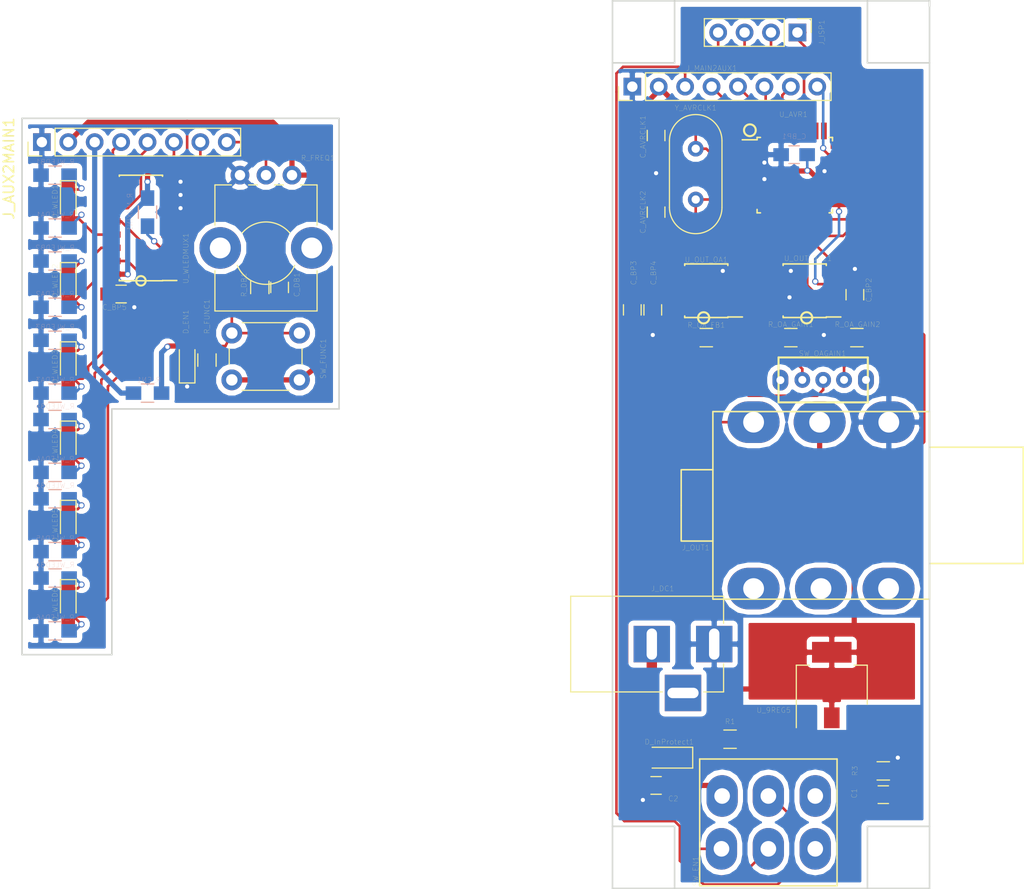
<source format=kicad_pcb>
(kicad_pcb (version 4) (host pcbnew 4.0.7)
  (layers (0 F.Cu signal) (31 B.Cu signal) (34 B.Paste user) (35 F.Paste user) (36 B.SilkS user) (37 F.SilkS user) (38 B.Mask user) (39 F.Mask user) (44 Edge.Cuts user))
  (net 0 "")
  (net 1 /GND)
  (net 2 /9V)
  (net 3 /+5V)
  (net 4 /XTAL1)
  (net 5 /XTAL2)
  (net 6 "Net-(D_EN1-Pad2)")
  (net 7 "Net-(D_InProtect1-Pad2)")
  (net 8 "Net-(D_WLED1-Pad1)")
  (net 9 /WAVELED1)
  (net 10 "Net-(D_WLED2-Pad1)")
  (net 11 /WAVELED2)
  (net 12 "Net-(D_WLED3-Pad1)")
  (net 13 /WAVELED3)
  (net 14 "Net-(D_WLED4-Pad1)")
  (net 15 /WAVELED4)
  (net 16 "Net-(D_WLED5-Pad1)")
  (net 17 /WAVELED5)
  (net 18 "Net-(D_WLED6-Pad1)")
  (net 19 /WAVELED6)
  (net 20 "Net-(J_DC1-Pad3)")
  (net 21 /MOSI)
  (net 22 /MISO)
  (net 23 /SCK)
  (net 24 /ISPCS)
  (net 25 "Net-(J_OUT1-Pad5)")
  (net 26 "Net-(J_OUT1-Pad4)")
  (net 27 /SWEN_OUT)
  (net 28 "Net-(J_OUT1-Pad6)")
  (net 29 /REG_ADJ)
  (net 30 /OA_SWEN)
  (net 31 /ADC2_FREQ)
  (net 32 "Net-(SW_EN1-Pad3)")
  (net 33 /WAVEMUXB)
  (net 34 /WAVEMUXC)
  (net 35 "Net-(U_AVR1-Pad9)")
  (net 36 "Net-(U_AVR1-Pad10)")
  (net 37 "Net-(U_AVR1-Pad11)")
  (net 38 "Net-(U_AVR1-Pad12)")
  (net 39 "Net-(U_AVR1-Pad13)")
  (net 40 /DACCS)
  (net 41 "Net-(U_AVR1-Pad19)")
  (net 42 "Net-(U_AVR1-Pad22)")
  (net 43 "Net-(U_AVR1-Pad24)")
  (net 44 "Net-(U_AVR1-Pad25)")
  (net 45 "Net-(U_AVR1-Pad26)")
  (net 46 "Net-(U_AVR1-Pad27)")
  (net 47 "Net-(U_AVR1-Pad28)")
  (net 48 /SW_FUNC)
  (net 49 "Net-(U_AVR1-Pad31)")
  (net 50 /WAVEMUXA)
  (net 51 /DAC_OA)
  (net 52 "Net-(U_WLEDMUX1-Pad2)")
  (net 53 "Net-(U_WLEDMUX1-Pad4)")
  (net 54 "Net-(C_DB1-Pad2)")
  (net 55 "Net-(R_MUXIN1-Pad2)")
  (net 56 "Net-(R_OA_FB1-Pad2)")
  (net 57 "Net-(R_OA_GAIN1-Pad2)")
  (net 58 "Net-(R_OA_GAIN2-Pad2)")
  (net 59 /AUX5V)
  (net 60 /AUXGND)
  (net 61 /PWRLED)
  (net 62 "Net-(J_AUX2MAIN1-Pad4)")
  (net 63 "Net-(J_AUX2MAIN1-Pad5)")
  (net 64 "Net-(J_AUX2MAIN1-Pad6)")
  (net 65 /PWRSW)
  (net 66 "Net-(SW_EN1-Pad6)")
  (net 67 /AUX_SWFUNC)
  (net 68 /AUX_ADCFREQ)
  (net 69 "Net-(U_OUT_OA1-Pad1)")
  (net 70 "Net-(U_OUT_OA1-Pad5)")
  (net 71 "Net-(U_OUT_OA1-Pad8)")
  (module Housings_QFP:TQFP-32_7x7mm_Pitch0.8mm (layer F.Cu) (at 142.875 69.215)
    (fp_text reference U_AVR1 (at -0.127 -5.842) (layer F.SilkS) (effects (font (size 0.5 0.5) (thickness 0.015))))
    (fp_text value _ATMEGA168A-AU)
    (pad 1 smd rect (at -4.25 -2.8) (size 1.6 0.55) (layers F.Cu F.Paste F.Mask) (net 33 /WAVEMUXB))
    (pad 2 smd rect (at -4.25 -2) (size 1.6 0.55) (layers F.Cu F.Paste F.Mask) (net 34 /WAVEMUXC))
    (pad 3 smd rect (at -4.25 -1.2) (size 1.6 0.55) (layers F.Cu F.Paste F.Mask) (net 1 /GND))
    (pad 4 smd rect (at -4.25 -0.4) (size 1.6 0.55) (layers F.Cu F.Paste F.Mask) (net 3 /+5V))
    (pad 5 smd rect (at -4.25 0.4) (size 1.6 0.55) (layers F.Cu F.Paste F.Mask) (net 1 /GND))
    (pad 6 smd rect (at -4.25 1.2) (size 1.6 0.55) (layers F.Cu F.Paste F.Mask) (net 3 /+5V))
    (pad 7 smd rect (at -4.25 2) (size 1.6 0.55) (layers F.Cu F.Paste F.Mask) (net 4 /XTAL1))
    (pad 8 smd rect (at -4.25 2.8) (size 1.6 0.55) (layers F.Cu F.Paste F.Mask) (net 5 /XTAL2))
    (pad 9 smd rect (at -2.8 4.25 90) (size 1.6 0.55) (layers F.Cu F.Paste F.Mask) (net 35 "Net-(U_AVR1-Pad9)"))
    (pad 10 smd rect (at -2 4.25 90) (size 1.6 0.55) (layers F.Cu F.Paste F.Mask) (net 36 "Net-(U_AVR1-Pad10)"))
    (pad 11 smd rect (at -1.2 4.25 90) (size 1.6 0.55) (layers F.Cu F.Paste F.Mask) (net 37 "Net-(U_AVR1-Pad11)"))
    (pad 12 smd rect (at -0.4 4.25 90) (size 1.6 0.55) (layers F.Cu F.Paste F.Mask) (net 38 "Net-(U_AVR1-Pad12)"))
    (pad 13 smd rect (at 0.4 4.25 90) (size 1.6 0.55) (layers F.Cu F.Paste F.Mask) (net 39 "Net-(U_AVR1-Pad13)"))
    (pad 14 smd rect (at 1.2 4.25 90) (size 1.6 0.55) (layers F.Cu F.Paste F.Mask) (net 40 /DACCS))
    (pad 15 smd rect (at 2 4.25 90) (size 1.6 0.55) (layers F.Cu F.Paste F.Mask) (net 21 /MOSI))
    (pad 16 smd rect (at 2.8 4.25 90) (size 1.6 0.55) (layers F.Cu F.Paste F.Mask) (net 22 /MISO))
    (pad 17 smd rect (at 4.25 2.8) (size 1.6 0.55) (layers F.Cu F.Paste F.Mask) (net 23 /SCK))
    (pad 18 smd rect (at 4.25 2) (size 1.6 0.55) (layers F.Cu F.Paste F.Mask) (net 3 /+5V))
    (pad 19 smd rect (at 4.25 1.2) (size 1.6 0.55) (layers F.Cu F.Paste F.Mask) (net 41 "Net-(U_AVR1-Pad19)"))
    (pad 20 smd rect (at 4.25 0.4) (size 1.6 0.55) (layers F.Cu F.Paste F.Mask) (net 3 /+5V))
    (pad 21 smd rect (at 4.25 -0.4) (size 1.6 0.55) (layers F.Cu F.Paste F.Mask) (net 1 /GND))
    (pad 22 smd rect (at 4.25 -1.2) (size 1.6 0.55) (layers F.Cu F.Paste F.Mask) (net 42 "Net-(U_AVR1-Pad22)"))
    (pad 23 smd rect (at 4.25 -2) (size 1.6 0.55) (layers F.Cu F.Paste F.Mask) (net 31 /ADC2_FREQ))
    (pad 24 smd rect (at 4.25 -2.8) (size 1.6 0.55) (layers F.Cu F.Paste F.Mask) (net 43 "Net-(U_AVR1-Pad24)"))
    (pad 25 smd rect (at 2.8 -4.25 90) (size 1.6 0.55) (layers F.Cu F.Paste F.Mask) (net 44 "Net-(U_AVR1-Pad25)"))
    (pad 26 smd rect (at 2 -4.25 90) (size 1.6 0.55) (layers F.Cu F.Paste F.Mask) (net 45 "Net-(U_AVR1-Pad26)"))
    (pad 27 smd rect (at 1.2 -4.25 90) (size 1.6 0.55) (layers F.Cu F.Paste F.Mask) (net 46 "Net-(U_AVR1-Pad27)"))
    (pad 28 smd rect (at 0.4 -4.25 90) (size 1.6 0.55) (layers F.Cu F.Paste F.Mask) (net 47 "Net-(U_AVR1-Pad28)"))
    (pad 29 smd rect (at -0.4 -4.25 90) (size 1.6 0.55) (layers F.Cu F.Paste F.Mask) (net 24 /ISPCS))
    (pad 30 smd rect (at -1.2 -4.25 90) (size 1.6 0.55) (layers F.Cu F.Paste F.Mask) (net 48 /SW_FUNC))
    (pad 31 smd rect (at -2 -4.25 90) (size 1.6 0.55) (layers F.Cu F.Paste F.Mask) (net 49 "Net-(U_AVR1-Pad31)"))
    (pad 32 smd rect (at -2.8 -4.25 90) (size 1.6 0.55) (layers F.Cu F.Paste F.Mask) (net 50 /WAVEMUXA))
  )
  (module Potentiometers:Potentiometer_Bourns_PTV09A-1_Horizontal (layer F.Cu) (at 89.535 69.215 270)
    (fp_text reference R_FREQ1 (at -1.651 -7.493 360) (layer F.SilkS) (effects (font (size 0.5 0.5) (thickness 0.015))))
    (fp_text value B1K)
    (pad 3 thru_hole circle (at 0 -5 270) (size 1.8 1.8) (drill 1) (layers *.Cu *.Mask) (net 59 /AUX5V))
    (pad 2 thru_hole circle (at 0 -2.5 270) (size 1.8 1.8) (drill 1) (layers *.Cu *.Mask) (net 68 /AUX_ADCFREQ))
    (pad 1 thru_hole circle (at 0 0 270) (size 1.8 1.8) (drill 1) (layers *.Cu *.Mask) (net 60 /AUXGND))
    (pad 0 np_thru_hole circle (at 7 -6.9 270) (size 4 4) (drill 2) (layers *.Cu *.Mask))
    (pad 0 np_thru_hole circle (at 7 1.9 270) (size 4 4) (drill 2) (layers *.Cu *.Mask))
  )
  (module Capacitors_SMD:C_0805_HandSoldering (layer F.Cu) (at 151.384 128.778 180)
    (fp_text reference C1 (at 2.794 0.127 270) (layer F.SilkS) (effects (font (size 0.5 0.5) (thickness 0.015))))
    (fp_text value 100nF)
    (pad 1 smd rect (at -1.25 0 180) (size 1.5 1.25) (layers F.Cu F.Paste F.Mask) (net 1 /GND))
    (pad 2 smd rect (at 1.25 0 180) (size 1.5 1.25) (layers F.Cu F.Paste F.Mask) (net 2 /9V))
  )
  (module Capacitors_SMD:C_0805_HandSoldering (layer F.Cu) (at 129.54 127.889)
    (fp_text reference C2 (at 1.651 1.27) (layer F.SilkS) (effects (font (size 0.5 0.5) (thickness 0.015))))
    (fp_text value 100nF)
    (pad 1 smd rect (at -1.25 0) (size 1.5 1.25) (layers F.Cu F.Paste F.Mask) (net 1 /GND))
    (pad 2 smd rect (at 1.25 0) (size 1.5 1.25) (layers F.Cu F.Paste F.Mask) (net 3 /+5V))
  )
  (module Capacitors_SMD:C_0805_HandSoldering (layer F.Cu) (at 129.54 65.405 90)
    (fp_text reference C_AVRCLK1 (at -0.127 -1.27 90) (layer F.SilkS) (effects (font (size 0.5 0.5) (thickness 0.015))))
    (fp_text value 22pF)
    (pad 1 smd rect (at -1.25 0 90) (size 1.5 1.25) (layers F.Cu F.Paste F.Mask) (net 1 /GND))
    (pad 2 smd rect (at 1.25 0 90) (size 1.5 1.25) (layers F.Cu F.Paste F.Mask) (net 4 /XTAL1))
  )
  (module Capacitors_SMD:C_0805_HandSoldering (layer F.Cu) (at 129.54 72.771 270)
    (fp_text reference C_AVRCLK2 (at 0 1.27 270) (layer F.SilkS) (effects (font (size 0.5 0.5) (thickness 0.015))))
    (fp_text value 22pF)
    (pad 1 smd rect (at -1.25 0 270) (size 1.5 1.25) (layers F.Cu F.Paste F.Mask) (net 1 /GND))
    (pad 2 smd rect (at 1.25 0 270) (size 1.5 1.25) (layers F.Cu F.Paste F.Mask) (net 5 /XTAL2))
  )
  (module Diodes_SMD:D_SOD-123 (layer F.Cu) (at 130.81 125.222 180)
    (fp_text reference D_InProtect1 (at 0 1.524 180) (layer F.SilkS) (effects (font (size 0.5 0.5) (thickness 0.015))))
    (fp_text value _D_Schottky)
    (pad 1 smd rect (at -1.65 0 180) (size 0.9 1.2) (layers F.Cu F.Paste F.Mask) (net 2 /9V))
    (pad 2 smd rect (at 1.65 0 180) (size 0.9 1.2) (layers F.Cu F.Paste F.Mask) (net 7 "Net-(D_InProtect1-Pad2)"))
  )
  (module Connectors:BARREL_JACK (layer F.Cu) (at 135.128 114.3)
    (fp_text reference J_DC1 (at -4.953 -5.334 180) (layer F.SilkS) (effects (font (size 0.5 0.5) (thickness 0.015))))
    (fp_text value _Barrel_Jack)
    (pad 1 thru_hole rect (at 0 0) (size 3.5 3.5) (drill oval 1 3) (layers *.Cu *.Mask) (net 1 /GND))
    (pad 2 thru_hole rect (at -6 0) (size 3.5 3.5) (drill oval 1 3) (layers *.Cu *.Mask) (net 7 "Net-(D_InProtect1-Pad2)"))
    (pad 3 thru_hole rect (at -3 4.7) (size 3.5 3.5) (drill oval 3 1) (layers *.Cu *.Mask) (net 20 "Net-(J_DC1-Pad3)"))
  )
  (module Pin_Headers:Pin_Header_Straight_1x04_Pitch2.54mm (layer F.Cu) (at 143.129 55.499 270)
    (fp_text reference J_ISP1 (at 0 -2.33 270) (layer F.SilkS) (effects (font (size 0.5 0.5) (thickness 0.015))))
    (fp_text value Conn_01x04)
    (pad 1 thru_hole rect (at 0 0 270) (size 1.7 1.7) (drill 1) (layers *.Cu *.Mask) (net 21 /MOSI))
    (pad 2 thru_hole oval (at 0 2.54 270) (size 1.7 1.7) (drill 1) (layers *.Cu *.Mask) (net 22 /MISO))
    (pad 3 thru_hole oval (at 0 5.08 270) (size 1.7 1.7) (drill 1) (layers *.Cu *.Mask) (net 23 /SCK))
    (pad 4 thru_hole oval (at 0 7.62 270) (size 1.7 1.7) (drill 1) (layers *.Cu *.Mask) (net 24 /ISPCS))
  )
  (module TRS635mmJack:TRS635mmJack (layer F.Cu) (at 145.415 100.965 90)
    (fp_text reference J_OUT1 (at -4.064 -12.065 180) (layer F.SilkS) (effects (font (size 0.5 0.5) (thickness 0.015))))
    (fp_text value Audio-Jack-3_3Switches)
    (pad 5 thru_hole oval (at -8 -0.023 90) (size 4 5) (drill 2) (layers *.Cu *.Mask) (net 25 "Net-(J_OUT1-Pad5)"))
    (pad 2 thru_hole oval (at 8 -0.15 90) (size 4 5) (drill 2) (layers *.Cu *.Mask) (net 3 /+5V))
    (pad 4 thru_hole oval (at -8 -6.5 90) (size 4 5) (drill 2) (layers *.Cu *.Mask) (net 26 "Net-(J_OUT1-Pad4)"))
    (pad 1 thru_hole oval (at 8 -6.5 90) (size 4 5) (drill 2) (layers *.Cu *.Mask) (net 27 /SWEN_OUT))
    (pad 3 thru_hole oval (at 8 6.5 90) (size 4 5) (drill 2) (layers *.Cu *.Mask) (net 1 /GND))
    (pad 6 thru_hole oval (at -8 6.477 90) (size 4 5) (drill 2) (layers *.Cu *.Mask) (net 28 "Net-(J_OUT1-Pad6)"))
  )
  (module Resistors_SMD:R_0805_HandSoldering (layer F.Cu) (at 136.652 123.444)
    (fp_text reference R1 (at 0 -1.7) (layer F.SilkS) (effects (font (size 0.5 0.5) (thickness 0.015))))
    (fp_text value 330R)
    (pad 1 smd rect (at -1.35 0) (size 1.5 1.3) (layers F.Cu F.Paste F.Mask) (net 3 /+5V))
    (pad 2 smd rect (at 1.35 0) (size 1.5 1.3) (layers F.Cu F.Paste F.Mask) (net 29 /REG_ADJ))
  )
  (module Resistors_SMD:R_0805_HandSoldering (layer F.Cu) (at 151.384 126.492)
    (fp_text reference R3 (at -2.7305 0 90) (layer F.SilkS) (effects (font (size 0.5 0.5) (thickness 0.015))))
    (fp_text value 1K)
    (pad 1 smd rect (at -1.35 0) (size 1.5 1.3) (layers F.Cu F.Paste F.Mask) (net 29 /REG_ADJ))
    (pad 2 smd rect (at 1.35 0) (size 1.5 1.3) (layers F.Cu F.Paste F.Mask) (net 1 /GND))
  )
  (module Resistors_SMD:R_0805_HandSoldering (layer B.Cu) (at 80.645 90.17)
    (fp_text reference R_EN1 (at 0.127 -1.27) (layer B.SilkS) (effects (font (size 0.5 0.5) (thickness 0.015)) (justify mirror)))
    (fp_text value R)
    (pad 1 smd rect (at -1.35 0) (size 1.5 1.3) (layers B.Cu B.Paste B.Mask) (net 61 /PWRLED))
    (pad 2 smd rect (at 1.35 0) (size 1.5 1.3) (layers B.Cu B.Paste B.Mask) (net 6 "Net-(D_EN1-Pad2)"))
  )
  (module Resistors_SMD:R_0805_HandSoldering (layer F.Cu) (at 86.36 86.995 270)
    (fp_text reference R_FUNC1 (at -4.191 0 270) (layer F.SilkS) (effects (font (size 0.5 0.5) (thickness 0.015))))
    (fp_text value 10K)
    (pad 1 smd rect (at -1.35 0 270) (size 1.5 1.3) (layers F.Cu F.Paste F.Mask) (net 54 "Net-(C_DB1-Pad2)"))
    (pad 2 smd rect (at 1.35 0 270) (size 1.5 1.3) (layers F.Cu F.Paste F.Mask) (net 60 /AUXGND))
  )
  (module Resistors_SMD:R_0805_HandSoldering (layer B.Cu) (at 71.755 74.295 180)
    (fp_text reference R_WLEDA1 (at 0 1.27 180) (layer B.SilkS) (effects (font (size 0.5 0.5) (thickness 0.015)) (justify mirror)))
    (fp_text value 1K)
    (pad 1 smd rect (at -1.35 0 180) (size 1.5 1.3) (layers B.Cu B.Paste B.Mask) (net 9 /WAVELED1))
    (pad 2 smd rect (at 1.35 0 180) (size 1.5 1.3) (layers B.Cu B.Paste B.Mask) (net 60 /AUXGND))
  )
  (module Resistors_SMD:R_0805_HandSoldering (layer B.Cu) (at 71.755 81.915 180)
    (fp_text reference R_WLEDA2 (at 0 1.27 180) (layer B.SilkS) (effects (font (size 0.5 0.5) (thickness 0.015)) (justify mirror)))
    (fp_text value 1K)
    (pad 1 smd rect (at -1.35 0 180) (size 1.5 1.3) (layers B.Cu B.Paste B.Mask) (net 11 /WAVELED2))
    (pad 2 smd rect (at 1.35 0 180) (size 1.5 1.3) (layers B.Cu B.Paste B.Mask) (net 60 /AUXGND))
  )
  (module Resistors_SMD:R_0805_HandSoldering (layer B.Cu) (at 71.755 90.17 180)
    (fp_text reference R_WLEDA3 (at 0 1.27 180) (layer B.SilkS) (effects (font (size 0.5 0.5) (thickness 0.015)) (justify mirror)))
    (fp_text value 1K)
    (pad 1 smd rect (at -1.35 0 180) (size 1.5 1.3) (layers B.Cu B.Paste B.Mask) (net 13 /WAVELED3))
    (pad 2 smd rect (at 1.35 0 180) (size 1.5 1.3) (layers B.Cu B.Paste B.Mask) (net 60 /AUXGND))
  )
  (module Resistors_SMD:R_0805_HandSoldering (layer B.Cu) (at 71.755 97.79 180)
    (fp_text reference R_WLEDA4 (at 0 1.27 180) (layer B.SilkS) (effects (font (size 0.5 0.5) (thickness 0.015)) (justify mirror)))
    (fp_text value 1K)
    (pad 1 smd rect (at -1.35 0 180) (size 1.5 1.3) (layers B.Cu B.Paste B.Mask) (net 15 /WAVELED4))
    (pad 2 smd rect (at 1.35 0 180) (size 1.5 1.3) (layers B.Cu B.Paste B.Mask) (net 60 /AUXGND))
  )
  (module Resistors_SMD:R_0805_HandSoldering (layer B.Cu) (at 71.755 105.41 180)
    (fp_text reference R_WLEDA5 (at 0 1.27 180) (layer B.SilkS) (effects (font (size 0.5 0.5) (thickness 0.015)) (justify mirror)))
    (fp_text value 1K)
    (pad 1 smd rect (at -1.35 0 180) (size 1.5 1.3) (layers B.Cu B.Paste B.Mask) (net 17 /WAVELED5))
    (pad 2 smd rect (at 1.35 0 180) (size 1.5 1.3) (layers B.Cu B.Paste B.Mask) (net 60 /AUXGND))
  )
  (module Resistors_SMD:R_0805_HandSoldering (layer B.Cu) (at 71.755 113.03 180)
    (fp_text reference R_WLEDA6 (at 0 1.27 180) (layer B.SilkS) (effects (font (size 0.5 0.5) (thickness 0.015)) (justify mirror)))
    (fp_text value 1K)
    (pad 1 smd rect (at -1.35 0 180) (size 1.5 1.3) (layers B.Cu B.Paste B.Mask) (net 19 /WAVELED6))
    (pad 2 smd rect (at 1.35 0 180) (size 1.5 1.3) (layers B.Cu B.Paste B.Mask) (net 60 /AUXGND))
  )
  (module Resistors_SMD:R_0805_HandSoldering (layer B.Cu) (at 71.755 69.215)
    (fp_text reference R_WLEDB1 (at 0 -1.27) (layer B.SilkS) (effects (font (size 0.5 0.5) (thickness 0.015)) (justify mirror)))
    (fp_text value 1K)
    (pad 1 smd rect (at -1.35 0) (size 1.5 1.3) (layers B.Cu B.Paste B.Mask) (net 60 /AUXGND))
    (pad 2 smd rect (at 1.35 0) (size 1.5 1.3) (layers B.Cu B.Paste B.Mask) (net 8 "Net-(D_WLED1-Pad1)"))
  )
  (module Resistors_SMD:R_0805_HandSoldering (layer B.Cu) (at 71.755 77.47)
    (fp_text reference R_WLEDB2 (at 0 -1.27) (layer B.SilkS) (effects (font (size 0.5 0.5) (thickness 0.015)) (justify mirror)))
    (fp_text value 1K)
    (pad 1 smd rect (at -1.35 0) (size 1.5 1.3) (layers B.Cu B.Paste B.Mask) (net 60 /AUXGND))
    (pad 2 smd rect (at 1.35 0) (size 1.5 1.3) (layers B.Cu B.Paste B.Mask) (net 10 "Net-(D_WLED2-Pad1)"))
  )
  (module Resistors_SMD:R_0805_HandSoldering (layer B.Cu) (at 71.755 85.09)
    (fp_text reference R_WLEDB3 (at 0 -1.27) (layer B.SilkS) (effects (font (size 0.5 0.5) (thickness 0.015)) (justify mirror)))
    (fp_text value 1K)
    (pad 1 smd rect (at -1.35 0) (size 1.5 1.3) (layers B.Cu B.Paste B.Mask) (net 60 /AUXGND))
    (pad 2 smd rect (at 1.35 0) (size 1.5 1.3) (layers B.Cu B.Paste B.Mask) (net 12 "Net-(D_WLED3-Pad1)"))
  )
  (module Resistors_SMD:R_0805_HandSoldering (layer B.Cu) (at 71.755 92.71)
    (fp_text reference R_WLEDB4 (at 0 -1.27) (layer B.SilkS) (effects (font (size 0.5 0.5) (thickness 0.015)) (justify mirror)))
    (fp_text value 1K)
    (pad 1 smd rect (at -1.35 0) (size 1.5 1.3) (layers B.Cu B.Paste B.Mask) (net 60 /AUXGND))
    (pad 2 smd rect (at 1.35 0) (size 1.5 1.3) (layers B.Cu B.Paste B.Mask) (net 14 "Net-(D_WLED4-Pad1)"))
  )
  (module Resistors_SMD:R_0805_HandSoldering (layer B.Cu) (at 71.755 100.33)
    (fp_text reference R_WLEDB5 (at 0 -1.27) (layer B.SilkS) (effects (font (size 0.5 0.5) (thickness 0.015)) (justify mirror)))
    (fp_text value 1K)
    (pad 1 smd rect (at -1.35 0) (size 1.5 1.3) (layers B.Cu B.Paste B.Mask) (net 60 /AUXGND))
    (pad 2 smd rect (at 1.35 0) (size 1.5 1.3) (layers B.Cu B.Paste B.Mask) (net 16 "Net-(D_WLED5-Pad1)"))
  )
  (module Resistors_SMD:R_0805_HandSoldering (layer B.Cu) (at 71.755 107.95)
    (fp_text reference R_WLEDB6 (at 0 -1.27) (layer B.SilkS) (effects (font (size 0.5 0.5) (thickness 0.015)) (justify mirror)))
    (fp_text value 1K)
    (pad 1 smd rect (at -1.35 0) (size 1.5 1.3) (layers B.Cu B.Paste B.Mask) (net 60 /AUXGND))
    (pad 2 smd rect (at 1.35 0) (size 1.5 1.3) (layers B.Cu B.Paste B.Mask) (net 18 "Net-(D_WLED6-Pad1)"))
  )
  (module DPDT_FOOT_ONON_ALPHA_W13MM_D12MM_P5:DPDT_FOOT_ONON_ALPHA_W13MM_D12MM_P5.08MM (layer F.Cu) (at 140.335 131.445 180)
    (fp_text reference SW_EN1 (at 6.985 -4.699 270) (layer F.SilkS) (effects (font (size 0.5 0.5) (thickness 0.015))))
    (fp_text value SW_DPDT_x2)
    (pad 2 thru_hole oval (at 0 2.54 180) (size 3 4) (drill 1.5) (layers *.Cu *.Mask) (net 65 /PWRSW))
    (pad 5 thru_hole oval (at 0 -2.54 180) (size 3 4) (drill 1.5) (layers *.Cu *.Mask) (net 30 /OA_SWEN))
    (pad 4 thru_hole oval (at 4.5085 -2.54 180) (size 3 4) (drill 1.5) (layers *.Cu *.Mask) (net 27 /SWEN_OUT))
    (pad 1 thru_hole oval (at 4.445 2.54 180) (size 3 4) (drill 1.5) (layers *.Cu *.Mask) (net 3 /+5V))
    (pad 3 thru_hole oval (at -4.5085 2.54 180) (size 3 4) (drill 1.5) (layers *.Cu *.Mask) (net 32 "Net-(SW_EN1-Pad3)"))
    (pad 6 thru_hole oval (at -4.5085 -2.54 180) (size 3 4) (drill 1.5) (layers *.Cu *.Mask) (net 66 "Net-(SW_EN1-Pad6)"))
  )
  (module Buttons_Switches_THT:SW_PUSH_6mm_h5mm (layer F.Cu) (at 95.25 88.9 180)
    (fp_text reference SW_FUNC1 (at -2.286 2.032 270) (layer F.SilkS) (effects (font (size 0.5 0.5) (thickness 0.015))))
    (fp_text value SW_Push)
    (pad 2 thru_hole circle (at 0 4.5 270) (size 2 2) (drill 1.1) (layers *.Cu *.Mask) (net 54 "Net-(C_DB1-Pad2)"))
    (pad 1 thru_hole circle (at 0 0 270) (size 2 2) (drill 1.1) (layers *.Cu *.Mask) (net 59 /AUX5V))
    (pad 2 thru_hole circle (at 6.5 4.5 270) (size 2 2) (drill 1.1) (layers *.Cu *.Mask) (net 54 "Net-(C_DB1-Pad2)"))
    (pad 1 thru_hole circle (at 6.5 0 270) (size 2 2) (drill 1.1) (layers *.Cu *.Mask) (net 59 /AUX5V))
  )
  (module TO_SOT_Packages_SMD:SOT-223-3_TabPin2 (layer F.Cu) (at 146.431 118.237 90)
    (fp_text reference U_9REG5 (at -2.413 -5.588 180) (layer F.SilkS) (effects (font (size 0.5 0.5) (thickness 0.015))))
    (fp_text value LM317_3PinPackage)
    (pad 2 smd rect (at 3.15 0 90) (size 2 3.8) (layers F.Cu F.Paste F.Mask) (net 3 /+5V))
    (pad 2 smd rect (at -3.15 0 90) (size 2 1.5) (layers F.Cu F.Paste F.Mask) (net 3 /+5V))
    (pad 3 smd rect (at -3.15 2.3 90) (size 2 1.5) (layers F.Cu F.Paste F.Mask) (net 2 /9V))
    (pad 1 smd rect (at -3.15 -2.3 90) (size 2 1.5) (layers F.Cu F.Paste F.Mask) (net 29 /REG_ADJ))
  )
  (module Housings_SOIC:SOIC-8_3.9x4.9mm_Pitch1.27mm (layer F.Cu) (at 143.8275 80.3275 180)
    (fp_text reference U_OUT_DAC1 (at -0.3175 3.1115 180) (layer F.SilkS) (effects (font (size 0.5 0.5) (thickness 0.015))))
    (fp_text value MCP4921)
    (pad 1 smd rect (at -2.7 -1.905 180) (size 1.55 0.6) (layers F.Cu F.Paste F.Mask) (net 3 /+5V))
    (pad 2 smd rect (at -2.7 -0.635 180) (size 1.55 0.6) (layers F.Cu F.Paste F.Mask) (net 40 /DACCS))
    (pad 3 smd rect (at -2.7 0.635 180) (size 1.55 0.6) (layers F.Cu F.Paste F.Mask) (net 23 /SCK))
    (pad 4 smd rect (at -2.7 1.905 180) (size 1.55 0.6) (layers F.Cu F.Paste F.Mask) (net 21 /MOSI))
    (pad 5 smd rect (at 2.7 1.905 180) (size 1.55 0.6) (layers F.Cu F.Paste F.Mask) (net 1 /GND))
    (pad 6 smd rect (at 2.7 0.635 180) (size 1.55 0.6) (layers F.Cu F.Paste F.Mask) (net 3 /+5V))
    (pad 7 smd rect (at 2.7 -0.635 180) (size 1.55 0.6) (layers F.Cu F.Paste F.Mask) (net 1 /GND))
    (pad 8 smd rect (at 2.7 -1.905 180) (size 1.55 0.6) (layers F.Cu F.Paste F.Mask) (net 51 /DAC_OA))
  )
  (module Housings_SOIC:SOIC-8_3.9x4.9mm_Pitch1.27mm (layer F.Cu) (at 134.366 80.3275 180)
    (fp_text reference U_OUT_OA1 (at 0 2.9845 180) (layer F.SilkS) (effects (font (size 0.5 0.5) (thickness 0.015))))
    (fp_text value MCP601-xSN)
    (pad 1 smd rect (at -2.7 -1.905 180) (size 1.55 0.6) (layers F.Cu F.Paste F.Mask) (net 69 "Net-(U_OUT_OA1-Pad1)"))
    (pad 2 smd rect (at -2.7 -0.635 180) (size 1.55 0.6) (layers F.Cu F.Paste F.Mask) (net 56 "Net-(R_OA_FB1-Pad2)"))
    (pad 3 smd rect (at -2.7 0.635 180) (size 1.55 0.6) (layers F.Cu F.Paste F.Mask) (net 51 /DAC_OA))
    (pad 4 smd rect (at -2.7 1.905 180) (size 1.55 0.6) (layers F.Cu F.Paste F.Mask) (net 1 /GND))
    (pad 5 smd rect (at 2.7 1.905 180) (size 1.55 0.6) (layers F.Cu F.Paste F.Mask) (net 70 "Net-(U_OUT_OA1-Pad5)"))
    (pad 6 smd rect (at 2.7 0.635 180) (size 1.55 0.6) (layers F.Cu F.Paste F.Mask) (net 30 /OA_SWEN))
    (pad 7 smd rect (at 2.7 -0.635 180) (size 1.55 0.6) (layers F.Cu F.Paste F.Mask) (net 3 /+5V))
    (pad 8 smd rect (at 2.7 -1.905 180) (size 1.55 0.6) (layers F.Cu F.Paste F.Mask) (net 71 "Net-(U_OUT_OA1-Pad8)"))
  )
  (module Housings_SOIC:SOIC-16_3.9x9.9mm_Pitch1.27mm (layer F.Cu) (at 80.01 74.295 180)
    (fp_text reference U_WLEDMUX1 (at -4.318 -2.921 270) (layer F.SilkS) (effects (font (size 0.5 0.5) (thickness 0.015))))
    (fp_text value _4051)
    (pad 1 smd rect (at -2.7 -4.445 180) (size 1.5 0.6) (layers F.Cu F.Paste F.Mask) (net 17 /WAVELED5))
    (pad 2 smd rect (at -2.7 -3.175 180) (size 1.5 0.6) (layers F.Cu F.Paste F.Mask) (net 52 "Net-(U_WLEDMUX1-Pad2)"))
    (pad 3 smd rect (at -2.7 -1.905 180) (size 1.5 0.6) (layers F.Cu F.Paste F.Mask) (net 55 "Net-(R_MUXIN1-Pad2)"))
    (pad 4 smd rect (at -2.7 -0.635 180) (size 1.5 0.6) (layers F.Cu F.Paste F.Mask) (net 53 "Net-(U_WLEDMUX1-Pad4)"))
    (pad 5 smd rect (at -2.7 0.635 180) (size 1.5 0.6) (layers F.Cu F.Paste F.Mask) (net 19 /WAVELED6))
    (pad 6 smd rect (at -2.7 1.905 180) (size 1.5 0.6) (layers F.Cu F.Paste F.Mask) (net 60 /AUXGND))
    (pad 7 smd rect (at -2.7 3.175 180) (size 1.5 0.6) (layers F.Cu F.Paste F.Mask) (net 60 /AUXGND))
    (pad 8 smd rect (at -2.7 4.445 180) (size 1.5 0.6) (layers F.Cu F.Paste F.Mask) (net 60 /AUXGND))
    (pad 9 smd rect (at 2.7 4.445 180) (size 1.5 0.6) (layers F.Cu F.Paste F.Mask) (net 62 "Net-(J_AUX2MAIN1-Pad4)"))
    (pad 10 smd rect (at 2.7 3.175 180) (size 1.5 0.6) (layers F.Cu F.Paste F.Mask) (net 63 "Net-(J_AUX2MAIN1-Pad5)"))
    (pad 11 smd rect (at 2.7 1.905 180) (size 1.5 0.6) (layers F.Cu F.Paste F.Mask) (net 64 "Net-(J_AUX2MAIN1-Pad6)"))
    (pad 12 smd rect (at 2.7 0.635 180) (size 1.5 0.6) (layers F.Cu F.Paste F.Mask) (net 15 /WAVELED4))
    (pad 13 smd rect (at 2.7 -0.635 180) (size 1.5 0.6) (layers F.Cu F.Paste F.Mask) (net 9 /WAVELED1))
    (pad 14 smd rect (at 2.7 -1.905 180) (size 1.5 0.6) (layers F.Cu F.Paste F.Mask) (net 11 /WAVELED2))
    (pad 15 smd rect (at 2.7 -3.175 180) (size 1.5 0.6) (layers F.Cu F.Paste F.Mask) (net 13 /WAVELED3))
    (pad 16 smd rect (at 2.7 -4.445 180) (size 1.5 0.6) (layers F.Cu F.Paste F.Mask) (net 59 /AUX5V))
  )
  (module Crystals:Crystal_HC49-4H_Vertical (layer F.Cu) (at 133.35 66.675 270)
    (fp_text reference Y_AVRCLK1 (at -3.937 0 360) (layer F.SilkS) (effects (font (size 0.5 0.5) (thickness 0.015))))
    (fp_text value 16MHz)
    (pad 1 thru_hole circle (at 0 0 270) (size 1.5 1.5) (drill 0.8) (layers *.Cu *.Mask) (net 4 /XTAL1))
    (pad 2 thru_hole circle (at 4.88 0 270) (size 1.5 1.5) (drill 0.8) (layers *.Cu *.Mask) (net 5 /XTAL2))
  )
  (module Capacitors_SMD:C_0805_HandSoldering (layer B.Cu) (at 142.8115 67.2465 180)
    (fp_text reference C_BP1 (at 0 1.75 180) (layer B.SilkS) (effects (font (size 0.5 0.5) (thickness 0.015)) (justify mirror)))
    (fp_text value 100nF)
    (pad 1 smd rect (at -1.25 0 180) (size 1.5 1.25) (layers B.Cu B.Paste B.Mask) (net 3 /+5V))
    (pad 2 smd rect (at 1.25 0 180) (size 1.5 1.25) (layers B.Cu B.Paste B.Mask) (net 1 /GND))
  )
  (module Capacitors_SMD:C_0805_HandSoldering (layer F.Cu) (at 148.6535 80.7085 90)
    (fp_text reference C_BP2 (at 0.4445 1.3335 90) (layer F.SilkS) (effects (font (size 0.5 0.5) (thickness 0.015))))
    (fp_text value 100nF)
    (pad 1 smd rect (at -1.25 0 90) (size 1.5 1.25) (layers F.Cu F.Paste F.Mask) (net 3 /+5V))
    (pad 2 smd rect (at 1.25 0 90) (size 1.5 1.25) (layers F.Cu F.Paste F.Mask) (net 1 /GND))
  )
  (module Capacitors_SMD:C_0805_HandSoldering (layer F.Cu) (at 127.254 82.169 270)
    (fp_text reference C_BP3 (at -3.556 -0.127 270) (layer F.SilkS) (effects (font (size 0.5 0.5) (thickness 0.015))))
    (fp_text value 1uF)
    (pad 1 smd rect (at -1.25 0 270) (size 1.5 1.25) (layers F.Cu F.Paste F.Mask) (net 3 /+5V))
    (pad 2 smd rect (at 1.25 0 270) (size 1.5 1.25) (layers F.Cu F.Paste F.Mask) (net 1 /GND))
  )
  (module Capacitors_SMD:C_0805_HandSoldering (layer F.Cu) (at 129.2225 82.169 270)
    (fp_text reference C_BP4 (at -3.556 -0.0635 270) (layer F.SilkS) (effects (font (size 0.5 0.5) (thickness 0.015))))
    (fp_text value 100nF)
    (pad 1 smd rect (at -1.25 0 270) (size 1.5 1.25) (layers F.Cu F.Paste F.Mask) (net 3 /+5V))
    (pad 2 smd rect (at 1.25 0 270) (size 1.5 1.25) (layers F.Cu F.Paste F.Mask) (net 1 /GND))
  )
  (module Capacitors_SMD:C_0805_HandSoldering (layer F.Cu) (at 78.105 80.645)
    (fp_text reference C_BP5 (at -0.635 1.27) (layer F.SilkS) (effects (font (size 0.5 0.5) (thickness 0.015))))
    (fp_text value 100nF)
    (pad 1 smd rect (at -1.25 0) (size 1.5 1.25) (layers F.Cu F.Paste F.Mask) (net 59 /AUX5V))
    (pad 2 smd rect (at 1.25 0) (size 1.5 1.25) (layers F.Cu F.Paste F.Mask) (net 60 /AUXGND))
  )
  (module Capacitors_SMD:C_0805_HandSoldering (layer F.Cu) (at 93.345 80.01 270)
    (fp_text reference C_DB1 (at -0.254 -1.651 270) (layer F.SilkS) (effects (font (size 0.5 0.5) (thickness 0.015))))
    (fp_text value 1uF)
    (pad 1 smd rect (at -1.25 0 270) (size 1.5 1.25) (layers F.Cu F.Paste F.Mask) (net 59 /AUX5V))
    (pad 2 smd rect (at 1.25 0 270) (size 1.5 1.25) (layers F.Cu F.Paste F.Mask) (net 54 "Net-(C_DB1-Pad2)"))
  )
  (module LEDs:LED_0805_HandSoldering (layer F.Cu) (at 84.455 86.995 90)
    (fp_text reference D_EN1 (at 3.683 -0.127 90) (layer F.SilkS) (effects (font (size 0.5 0.5) (thickness 0.015))))
    (fp_text value LED)
    (pad 1 smd rect (at -1.35 0 90) (size 1.5 1.3) (layers F.Cu F.Paste F.Mask) (net 60 /AUXGND))
    (pad 2 smd rect (at 1.35 0 90) (size 1.5 1.3) (layers F.Cu F.Paste F.Mask) (net 6 "Net-(D_EN1-Pad2)"))
  )
  (module LEDs:LED_0805_HandSoldering (layer F.Cu) (at 73.025 71.9455 270)
    (fp_text reference D_WLED1 (at -0.1905 1.27 270) (layer F.SilkS) (effects (font (size 0.5 0.5) (thickness 0.015))))
    (fp_text value LED)
    (pad 1 smd rect (at -1.35 0 270) (size 1.5 1.3) (layers F.Cu F.Paste F.Mask) (net 8 "Net-(D_WLED1-Pad1)"))
    (pad 2 smd rect (at 1.35 0 270) (size 1.5 1.3) (layers F.Cu F.Paste F.Mask) (net 9 /WAVELED1))
  )
  (module LEDs:LED_0805_HandSoldering (layer F.Cu) (at 73.025 79.8195 270)
    (fp_text reference D_WLED2 (at -0.4445 1.27 270) (layer F.SilkS) (effects (font (size 0.5 0.5) (thickness 0.015))))
    (fp_text value LED)
    (pad 1 smd rect (at -1.35 0 270) (size 1.5 1.3) (layers F.Cu F.Paste F.Mask) (net 10 "Net-(D_WLED2-Pad1)"))
    (pad 2 smd rect (at 1.35 0 270) (size 1.5 1.3) (layers F.Cu F.Paste F.Mask) (net 11 /WAVELED2))
  )
  (module LEDs:LED_0805_HandSoldering (layer F.Cu) (at 73.025 87.4395 270)
    (fp_text reference D_WLED3 (at 0.1905 1.27 270) (layer F.SilkS) (effects (font (size 0.5 0.5) (thickness 0.015))))
    (fp_text value LED)
    (pad 1 smd rect (at -1.35 0 270) (size 1.5 1.3) (layers F.Cu F.Paste F.Mask) (net 12 "Net-(D_WLED3-Pad1)"))
    (pad 2 smd rect (at 1.35 0 270) (size 1.5 1.3) (layers F.Cu F.Paste F.Mask) (net 13 /WAVELED3))
  )
  (module LEDs:LED_0805_HandSoldering (layer F.Cu) (at 73.025 95.0595 270)
    (fp_text reference D_WLED4 (at 0.1905 1.27 270) (layer F.SilkS) (effects (font (size 0.5 0.5) (thickness 0.015))))
    (fp_text value LED)
    (pad 1 smd rect (at -1.35 0 270) (size 1.5 1.3) (layers F.Cu F.Paste F.Mask) (net 14 "Net-(D_WLED4-Pad1)"))
    (pad 2 smd rect (at 1.35 0 270) (size 1.5 1.3) (layers F.Cu F.Paste F.Mask) (net 15 /WAVELED4))
  )
  (module LEDs:LED_0805_HandSoldering (layer F.Cu) (at 73.025 102.6795 270)
    (fp_text reference D_WLED5 (at 0.1905 1.27 270) (layer F.SilkS) (effects (font (size 0.5 0.5) (thickness 0.015))))
    (fp_text value LED)
    (pad 1 smd rect (at -1.35 0 270) (size 1.5 1.3) (layers F.Cu F.Paste F.Mask) (net 16 "Net-(D_WLED5-Pad1)"))
    (pad 2 smd rect (at 1.35 0 270) (size 1.5 1.3) (layers F.Cu F.Paste F.Mask) (net 17 /WAVELED5))
  )
  (module LEDs:LED_0805_HandSoldering (layer F.Cu) (at 73.025 110.2995 270)
    (fp_text reference D_WLED6 (at 0.1905 1.27 270) (layer F.SilkS) (effects (font (size 0.5 0.5) (thickness 0.015))))
    (fp_text value LED)
    (pad 1 smd rect (at -1.35 0 270) (size 1.5 1.3) (layers F.Cu F.Paste F.Mask) (net 18 "Net-(D_WLED6-Pad1)"))
    (pad 2 smd rect (at 1.35 0 270) (size 1.5 1.3) (layers F.Cu F.Paste F.Mask) (net 19 /WAVELED6))
  )
  (module Resistors_SMD:R_0805_HandSoldering (layer F.Cu) (at 91.44 80.01 270)
    (fp_text reference R_DB1 (at -0.254 1.524 270) (layer F.SilkS) (effects (font (size 0.5 0.5) (thickness 0.015))))
    (fp_text value 1K)
    (pad 1 smd rect (at -1.35 0 270) (size 1.5 1.3) (layers F.Cu F.Paste F.Mask) (net 67 /AUX_SWFUNC))
    (pad 2 smd rect (at 1.35 0 270) (size 1.5 1.3) (layers F.Cu F.Paste F.Mask) (net 54 "Net-(C_DB1-Pad2)"))
  )
  (module Resistors_SMD:R_0805_HandSoldering (layer B.Cu) (at 80.645 72.771 270)
    (fp_text reference R_MUXIN1 (at 0 1.7 270) (layer B.SilkS) (effects (font (size 0.5 0.5) (thickness 0.015)) (justify mirror)))
    (fp_text value 470R)
    (pad 1 smd rect (at -1.35 0 270) (size 1.5 1.3) (layers B.Cu B.Paste B.Mask) (net 59 /AUX5V))
    (pad 2 smd rect (at 1.35 0 270) (size 1.5 1.3) (layers B.Cu B.Paste B.Mask) (net 55 "Net-(R_MUXIN1-Pad2)"))
  )
  (module Resistors_SMD:R_0805_HandSoldering (layer F.Cu) (at 134.366 84.836)
    (fp_text reference R_OA_FB1 (at 0 -1.2065) (layer F.SilkS) (effects (font (size 0.5 0.5) (thickness 0.015))))
    (fp_text value 10K)
    (pad 1 smd rect (at -1.35 0) (size 1.5 1.3) (layers F.Cu F.Paste F.Mask) (net 30 /OA_SWEN))
    (pad 2 smd rect (at 1.35 0) (size 1.5 1.3) (layers F.Cu F.Paste F.Mask) (net 56 "Net-(R_OA_FB1-Pad2)"))
  )
  (module Resistors_SMD:R_0805_HandSoldering (layer F.Cu) (at 142.494 84.836 180)
    (fp_text reference R_OA_GAIN1 (at 0 1.27 180) (layer F.SilkS) (effects (font (size 0.5 0.5) (thickness 0.015))))
    (fp_text value 5K6)
    (pad 1 smd rect (at -1.35 0 180) (size 1.5 1.3) (layers F.Cu F.Paste F.Mask) (net 1 /GND))
    (pad 2 smd rect (at 1.35 0 180) (size 1.5 1.3) (layers F.Cu F.Paste F.Mask) (net 57 "Net-(R_OA_GAIN1-Pad2)"))
  )
  (module Resistors_SMD:R_0805_HandSoldering (layer F.Cu) (at 148.844 84.836)
    (fp_text reference R_OA_GAIN2 (at 0.0635 -1.27) (layer F.SilkS) (effects (font (size 0.5 0.5) (thickness 0.015))))
    (fp_text value 12K)
    (pad 1 smd rect (at -1.35 0) (size 1.5 1.3) (layers F.Cu F.Paste F.Mask) (net 1 /GND))
    (pad 2 smd rect (at 1.35 0) (size 1.5 1.3) (layers F.Cu F.Paste F.Mask) (net 58 "Net-(R_OA_GAIN2-Pad2)"))
  )
  (module C&K_8_6mm_SPDT_ONON:C&K_8_6mm_SPDT_ONON (layer F.Cu) (at 145.6055 88.9)
    (fp_text reference SW_OAGAIN1 (at -0.0635 -2.54) (layer F.SilkS) (effects (font (size 0.5 0.5) (thickness 0.015))))
    (fp_text value SW_SPDT)
    (pad "" np_thru_hole oval (at -4.1148 0.0254) (size 1.524 2) (drill 0.762) (layers *.Cu *.Mask))
    (pad "" np_thru_hole oval (at 4.1148 0) (size 1.524 2) (drill 0.762) (layers *.Cu *.Mask))
    (pad 2 thru_hole oval (at 0 0) (size 1.5 1.524) (drill 0.762) (layers *.Cu *.Mask) (net 56 "Net-(R_OA_FB1-Pad2)"))
    (pad 3 thru_hole circle (at 2.0066 0) (size 1.524 1.524) (drill 0.762) (layers *.Cu *.Mask) (net 58 "Net-(R_OA_GAIN2-Pad2)"))
    (pad 1 thru_hole oval (at -2.0066 0) (size 1.5 1.524) (drill 0.762) (layers *.Cu *.Mask) (net 57 "Net-(R_OA_GAIN1-Pad2)"))
  )
  (module Pin_Headers:Pin_Header_Straight_1x08_Pitch2.54mm (layer F.Cu) (at 70.485 66.04 90)
    (fp_text reference J_AUX2MAIN1 (at -2.54 -3.175 90) (layer F.SilkS))
    (fp_text value Conn_01x08)
    (pad 1 thru_hole rect (at 0 0 90) (size 1.7 1.7) (drill 1) (layers *.Cu *.Mask) (net 60 /AUXGND))
    (pad 2 thru_hole oval (at 0 2.54 90) (size 1.7 1.7) (drill 1) (layers *.Cu *.Mask) (net 59 /AUX5V))
    (pad 3 thru_hole oval (at 0 5.08 90) (size 1.7 1.7) (drill 1) (layers *.Cu *.Mask) (net 61 /PWRLED))
    (pad 4 thru_hole oval (at 0 7.62 90) (size 1.7 1.7) (drill 1) (layers *.Cu *.Mask) (net 62 "Net-(J_AUX2MAIN1-Pad4)"))
    (pad 5 thru_hole oval (at 0 10.16 90) (size 1.7 1.7) (drill 1) (layers *.Cu *.Mask) (net 63 "Net-(J_AUX2MAIN1-Pad5)"))
    (pad 6 thru_hole oval (at 0 12.7 90) (size 1.7 1.7) (drill 1) (layers *.Cu *.Mask) (net 64 "Net-(J_AUX2MAIN1-Pad6)"))
    (pad 7 thru_hole oval (at 0 15.24 90) (size 1.7 1.7) (drill 1) (layers *.Cu *.Mask) (net 67 /AUX_SWFUNC))
    (pad 8 thru_hole oval (at 0 17.78 90) (size 1.7 1.7) (drill 1) (layers *.Cu *.Mask) (net 68 /AUX_ADCFREQ))
  )
  (module Pin_Headers:Pin_Header_Straight_1x08_Pitch2.54mm (layer F.Cu) (at 127.254 60.706 90)
    (fp_text reference J_MAIN2AUX1 (at 1.778 7.62 180) (layer F.SilkS) (effects (font (size 0.5 0.5) (thickness 0.015))))
    (fp_text value Conn_01x08)
    (pad 1 thru_hole rect (at 0 0 90) (size 1.7 1.7) (drill 1) (layers *.Cu *.Mask) (net 1 /GND))
    (pad 2 thru_hole oval (at 0 2.54 90) (size 1.7 1.7) (drill 1) (layers *.Cu *.Mask) (net 3 /+5V))
    (pad 3 thru_hole oval (at 0 5.08 90) (size 1.7 1.7) (drill 1) (layers *.Cu *.Mask) (net 65 /PWRSW))
    (pad 4 thru_hole oval (at 0 7.62 90) (size 1.7 1.7) (drill 1) (layers *.Cu *.Mask) (net 34 /WAVEMUXC))
    (pad 5 thru_hole oval (at 0 10.16 90) (size 1.7 1.7) (drill 1) (layers *.Cu *.Mask) (net 33 /WAVEMUXB))
    (pad 6 thru_hole oval (at 0 12.7 90) (size 1.7 1.7) (drill 1) (layers *.Cu *.Mask) (net 50 /WAVEMUXA))
    (pad 7 thru_hole oval (at 0 15.24 90) (size 1.7 1.7) (drill 1) (layers *.Cu *.Mask) (net 48 /SW_FUNC))
    (pad 8 thru_hole oval (at 0 17.78 90) (size 1.7 1.7) (drill 1) (layers *.Cu *.Mask) (net 31 /ADC2_FREQ))
  )
  (gr_circle (center 80.01 79.375) (end 80.264 79.756) (layer F.SilkS) (width 0.2))
  (gr_circle (center 138.557 64.897) (end 139.065 65.151) (layer F.SilkS) (width 0.2))
  (gr_circle (center 144.018 82.931) (end 144.399 83.312) (layer F.SilkS) (width 0.2))
  (gr_circle (center 134.112 82.931) (end 134.493 83.312) (layer F.SilkS) (width 0.2))
  (gr_line (start 131.318 58.42) (end 125.349 58.42) (angle 90) (layer Edge.Cuts) (width 0.15))
  (gr_line (start 131.318 52.451) (end 131.318 58.42) (angle 90) (layer Edge.Cuts) (width 0.15))
  (gr_line (start 149.86 58.42) (end 149.86 52.451) (angle 90) (layer Edge.Cuts) (width 0.15))
  (gr_line (start 155.829 58.42) (end 149.86 58.42) (angle 90) (layer Edge.Cuts) (width 0.15))
  (gr_line (start 125.349 52.451) (end 155.829 52.451) (angle 90) (layer Edge.Cuts) (width 0.15))
  (gr_line (start 149.86 131.826) (end 155.829 131.826) (angle 90) (layer Edge.Cuts) (width 0.15))
  (gr_line (start 149.86 137.795) (end 149.86 131.826) (angle 90) (layer Edge.Cuts) (width 0.15))
  (gr_line (start 131.318 131.826) (end 131.318 137.795) (angle 90) (layer Edge.Cuts) (width 0.15))
  (gr_line (start 125.349 131.826) (end 131.318 131.826) (angle 90) (layer Edge.Cuts) (width 0.15))
  (gr_line (start 77.216 115.316) (end 77.216 91.694) (angle 90) (layer Edge.Cuts) (width 0.15))
  (gr_line (start 77.22 115.316) (end 68.58 115.316) (angle 90) (layer Edge.Cuts) (width 0.15))
  (gr_line (start 99.06 63.754) (end 99.06 91.694) (angle 90) (layer Edge.Cuts) (width 0.15))
  (gr_line (start 68.58 63.754) (end 68.58 115.316) (angle 90) (layer Edge.Cuts) (width 0.15))
  (gr_line (start 99.06 91.694) (end 77.24 91.694) (angle 90) (layer Edge.Cuts) (width 0.15))
  (gr_line (start 68.58 63.754) (end 99.06 63.754) (angle 90) (layer Edge.Cuts) (width 0.15))
  (gr_line (start 155.829 52.451) (end 155.829 52.959) (angle 90) (layer Edge.Cuts) (width 0.15))
  (gr_line (start 155.829 52.451) (end 155.829 52.959) (angle 90) (layer Edge.Cuts) (width 0.15))
  (gr_line (start 155.829 52.451) (end 155.829 52.959) (angle 90) (layer Edge.Cuts) (width 0.15))
  (gr_line (start 155.829 52.451) (end 155.829 52.959) (angle 90) (layer Edge.Cuts) (width 0.15))
  (gr_line (start 125.349 137.795) (end 125.349 52.451) (angle 90) (layer Edge.Cuts) (width 0.15))
  (gr_line (start 155.829 137.795) (end 125.349 137.795) (angle 90) (layer Edge.Cuts) (width 0.15))
  (gr_line (start 155.829 52.705) (end 155.829 137.795) (angle 90) (layer Edge.Cuts) (width 0.15))
  (via (at 128.27 129.286) (size 0.6) (drill 0.4) (layers F.Cu B.Cu) (net 1))
  (segment (start 128.29 129.266) (end 128.27 129.286) (width 0.5) (layer F.Cu) (net 1))
  (segment (start 128.29 127.889) (end 128.29 129.266) (width 0.5) (layer F.Cu) (net 1))
  (segment (start 128.27 129.286) (end 128.29 129.266) (width 0.5) (layer F.Cu) (net 1))
  (segment (start 152.734 126.492) (end 152.734 125.269) (width 0.25) (layer F.Cu) (net 1))
  (via (at 152.781 125.222) (size 0.6) (drill 0.4) (layers F.Cu B.Cu) (net 1))
  (segment (start 152.734 125.269) (end 152.781 125.222) (width 0.25) (layer F.Cu) (net 1))
  (segment (start 152.634 128.778) (end 152.634 126.592) (width 0.25) (layer F.Cu) (net 1))
  (segment (start 152.634 126.592) (end 152.734 126.492) (width 0.25) (layer F.Cu) (net 1))
  (segment (start 137.066 78.4225) (end 135.9535 78.4225) (width 0.25) (layer F.Cu) (net 1))
  (via (at 135.9535 78.4225) (size 0.6) (drill 0.4) (layers F.Cu B.Cu) (net 1))
  (segment (start 129.54 71.521) (end 129.54 69.0245) (width 0.25) (layer F.Cu) (net 1))
  (via (at 129.54 69.0245) (size 0.6) (drill 0.4) (layers F.Cu B.Cu) (net 1))
  (segment (start 129.54 69.0245) (end 129.54 66.655) (width 0.25) (layer F.Cu) (net 1))
  (segment (start 138.625 69.615) (end 139.935 69.615) (width 0.25) (layer F.Cu) (net 1))
  (via (at 139.954 69.596) (size 0.6) (drill 0.4) (layers F.Cu B.Cu) (net 1))
  (segment (start 139.935 69.615) (end 139.954 69.596) (width 0.25) (layer F.Cu) (net 1))
  (segment (start 138.625 68.015) (end 139.9475 68.015) (width 0.25) (layer F.Cu) (net 1))
  (via (at 139.954 68.0085) (size 0.6) (drill 0.4) (layers F.Cu B.Cu) (net 1))
  (segment (start 139.9475 68.015) (end 139.954 68.0085) (width 0.25) (layer F.Cu) (net 1))
  (segment (start 147.125 68.815) (end 145.7515 68.815) (width 0.25) (layer F.Cu) (net 1))
  (via (at 145.7325 68.834) (size 0.6) (drill 0.4) (layers F.Cu B.Cu) (net 1))
  (segment (start 145.7515 68.815) (end 145.7325 68.834) (width 0.25) (layer F.Cu) (net 1))
  (segment (start 143.844 84.582) (end 145.669 84.582) (width 0.25) (layer F.Cu) (net 1))
  (via (at 145.669 84.582) (size 0.6) (drill 0.4) (layers F.Cu B.Cu) (net 1))
  (segment (start 145.669 84.582) (end 147.494 84.582) (width 0.25) (layer F.Cu) (net 1))
  (segment (start 148.6535 79.4585) (end 148.6535 78.232) (width 0.25) (layer F.Cu) (net 1))
  (via (at 148.6535 78.232) (size 0.6) (drill 0.4) (layers F.Cu B.Cu) (net 1))
  (segment (start 129.2225 83.419) (end 129.179 84.5385) (width 0.25) (layer F.Cu) (net 1))
  (via (at 129.2225 84.582) (size 0.6) (drill 0.4) (layers F.Cu B.Cu) (net 1))
  (segment (start 129.179 84.5385) (end 129.2225 84.582) (width 0.25) (layer F.Cu) (net 1))
  (segment (start 141.1275 78.4225) (end 142.494 78.4225) (width 0.25) (layer F.Cu) (net 1))
  (via (at 142.494 78.4225) (size 0.6) (drill 0.4) (layers F.Cu B.Cu) (net 1))
  (segment (start 141.1275 80.9625) (end 142.367 80.9625) (width 0.25) (layer F.Cu) (net 1))
  (via (at 142.367 80.9625) (size 0.6) (drill 0.4) (layers F.Cu B.Cu) (net 1))
  (segment (start 127.254 83.419) (end 129.2225 83.419) (width 0.25) (layer F.Cu) (net 1))
  (segment (start 132.46 125.222) (end 135.89 125.222) (width 1) (layer F.Cu) (net 2))
  (segment (start 148.731 121.387) (end 152.502 121.514) (width 1) (layer F.Cu) (net 2))
  (segment (start 152.502 121.514) (end 154.686 123.698) (width 1) (layer F.Cu) (net 2))
  (segment (start 150.134 128.778) (end 149.352 128.778) (width 1) (layer F.Cu) (net 2))
  (segment (start 149.352 128.778) (end 148.082 127.508) (width 1) (layer F.Cu) (net 2))
  (segment (start 148.082 127.508) (end 148.082 127.508) (width 1) (layer F.Cu) (net 2))
  (segment (start 145.796 125.222) (end 148.082 127.508) (width 1) (layer F.Cu) (net 2))
  (segment (start 135.89 125.222) (end 145.796 125.222) (width 1) (layer F.Cu) (net 2))
  (segment (start 150.134 130.302) (end 150.134 128.778) (width 1) (layer F.Cu) (net 2))
  (segment (start 150.388 130.556) (end 150.134 130.302) (width 1) (layer F.Cu) (net 2))
  (segment (start 154.178 130.556) (end 150.388 130.556) (width 1) (layer F.Cu) (net 2))
  (segment (start 154.686 130.048) (end 154.178 130.556) (width 1) (layer F.Cu) (net 2))
  (segment (start 154.686 123.698) (end 154.686 130.048) (width 1) (layer F.Cu) (net 2))
  (segment (start 141.1275 79.6925) (end 143.383 79.6925) (width 0.5) (layer F.Cu) (net 3))
  (segment (start 143.383 79.6925) (end 143.383 79.629) (width 0.5) (layer F.Cu) (net 3))
  (segment (start 137.922 76.581) (end 142.621 76.581) (width 0.5) (layer F.Cu) (net 3))
  (segment (start 142.621 76.581) (end 143.383 77.343) (width 0.5) (layer F.Cu) (net 3))
  (segment (start 143.383 77.343) (end 143.383 79.629) (width 0.5) (layer F.Cu) (net 3))
  (segment (start 143.383 79.629) (end 143.383 80.5815) (width 0.5) (layer F.Cu) (net 3))
  (segment (start 135.302 123.444) (end 135.302 120.349) (width 0.5) (layer F.Cu) (net 3))
  (segment (start 137.033 118.618) (end 138.684 118.618) (width 0.5) (layer F.Cu) (net 3))
  (segment (start 135.302 120.349) (end 137.033 118.618) (width 0.5) (layer F.Cu) (net 3))
  (segment (start 148.59 112.522) (end 148.59 96.035) (width 0.5) (layer F.Cu) (net 3))
  (segment (start 148.59 96.035) (end 148.59 96.139) (width 0.5) (layer F.Cu) (net 3))
  (segment (start 148.59 96.139) (end 148.59 96.035) (width 0.5) (layer F.Cu) (net 3))
  (segment (start 130.79 127.889) (end 130.79 124.353) (width 0.5) (layer F.Cu) (net 3))
  (segment (start 130.79 124.353) (end 131.699 123.444) (width 0.5) (layer F.Cu) (net 3))
  (segment (start 130.79 127.889) (end 134.874 127.889) (width 0.5) (layer F.Cu) (net 3))
  (segment (start 134.874 127.889) (end 135.89 128.905) (width 0.5) (layer F.Cu) (net 3))
  (segment (start 135.302 123.444) (end 131.699 123.444) (width 0.5) (layer F.Cu) (net 3))
  (segment (start 130.79 127.889) (end 130.79 127.488) (width 0.5) (layer F.Cu) (net 3))
  (segment (start 130.89 127.989) (end 130.937 127.942) (width 0.5) (layer F.Cu) (net 3))
  (segment (start 146.511 121.467) (end 146.431 121.387) (width 0.25) (layer F.Cu) (net 3))
  (segment (start 135.382 123.524) (end 135.302 123.444) (width 0.25) (layer F.Cu) (net 3))
  (segment (start 130.556 76.581) (end 126.619 76.581) (width 0.5) (layer F.Cu) (net 3))
  (segment (start 126.746 76.454) (end 126.619 76.454) (width 0.5) (layer F.Cu) (net 3))
  (segment (start 126.619 76.581) (end 126.746 76.454) (width 0.5) (layer F.Cu) (net 3))
  (segment (start 130.556 76.581) (end 137.922 76.581) (width 0.5) (layer F.Cu) (net 3))
  (segment (start 126.619 76.8985) (end 126.619 80.284) (width 0.5) (layer F.Cu) (net 3))
  (segment (start 126.619 76.8985) (end 126.619 76.454) (width 0.5) (layer F.Cu) (net 3))
  (segment (start 126.619 80.284) (end 127.254 80.919) (width 0.5) (layer F.Cu) (net 3))
  (segment (start 129.2225 80.919) (end 131.6225 80.919) (width 0.5) (layer F.Cu) (net 3))
  (segment (start 131.6225 80.919) (end 131.666 80.9625) (width 0.5) (layer F.Cu) (net 3))
  (segment (start 145.1165 69.615) (end 145.1165 70.5675) (width 0.5) (layer F.Cu) (net 3))
  (segment (start 145.764 71.215) (end 147.125 71.215) (width 0.5) (layer F.Cu) (net 3))
  (segment (start 145.1165 70.5675) (end 145.764 71.215) (width 0.5) (layer F.Cu) (net 3))
  (segment (start 144.0815 68.7705) (end 144.272 68.7705) (width 0.25) (layer F.Cu) (net 3))
  (segment (start 144.272 68.7705) (end 145.06575 69.56425) (width 0.5) (layer F.Cu) (net 3))
  (segment (start 145.06575 69.56425) (end 145.1165 69.615) (width 0.25) (layer F.Cu) (net 3))
  (segment (start 138.625 70.415) (end 140.2145 70.415) (width 0.5) (layer F.Cu) (net 3))
  (segment (start 141.097 69.5325) (end 141.097 68.815) (width 0.5) (layer F.Cu) (net 3))
  (segment (start 140.2145 70.415) (end 141.097 69.5325) (width 0.5) (layer F.Cu) (net 3))
  (segment (start 138.625 68.815) (end 141.097 68.815) (width 0.5) (layer F.Cu) (net 3))
  (segment (start 141.097 68.815) (end 143.8065 68.815) (width 0.5) (layer F.Cu) (net 3))
  (segment (start 143.8065 68.815) (end 144.0815 68.7705) (width 0.25) (layer F.Cu) (net 3))
  (segment (start 145.1165 69.615) (end 147.125 69.615) (width 0.5) (layer F.Cu) (net 3))
  (via (at 144.0815 68.7705) (size 0.6) (drill 0.4) (layers F.Cu B.Cu) (net 3))
  (segment (start 144.0615 67.2465) (end 144.0815 68.7705) (width 0.25) (layer B.Cu) (net 3))
  (segment (start 143.383 80.5815) (end 144.9705 82.169) (width 0.5) (layer F.Cu) (net 3))
  (segment (start 144.9705 82.169) (end 146.464 82.169) (width 0.5) (layer F.Cu) (net 3))
  (segment (start 146.464 82.169) (end 146.5275 82.2325) (width 0.25) (layer F.Cu) (net 3))
  (segment (start 145.265 96.035) (end 148.59 96.035) (width 0.5) (layer F.Cu) (net 3))
  (segment (start 148.59 96.035) (end 153.9645 96.035) (width 0.5) (layer F.Cu) (net 3))
  (segment (start 152.507 81.9585) (end 148.6535 81.9585) (width 0.5) (layer F.Cu) (net 3))
  (segment (start 155.194 84.6455) (end 152.507 81.9585) (width 0.5) (layer F.Cu) (net 3))
  (segment (start 155.194 94.8055) (end 155.194 84.6455) (width 0.5) (layer F.Cu) (net 3))
  (segment (start 153.9645 96.035) (end 155.194 94.8055) (width 0.5) (layer F.Cu) (net 3))
  (segment (start 126.619 64.5795) (end 126.619 64.262) (width 0.5) (layer F.Cu) (net 3))
  (segment (start 126.619 76.454) (end 126.619 64.5795) (width 0.5) (layer F.Cu) (net 3))
  (segment (start 126.619 64.262) (end 126.873 64.008) (width 0.25) (layer F.Cu) (net 3))
  (segment (start 128.397 62.484) (end 126.873 64.008) (width 0.5) (layer F.Cu) (net 3))
  (segment (start 126.873 64.008) (end 126.619 64.262) (width 0.5) (layer F.Cu) (net 3))
  (segment (start 129.794 60.706) (end 129.794 61.087) (width 0.25) (layer F.Cu) (net 3))
  (segment (start 129.794 61.087) (end 128.397 62.484) (width 0.5) (layer F.Cu) (net 3))
  (segment (start 146.5275 82.2325) (end 148.3795 82.2325) (width 0.5) (layer F.Cu) (net 3))
  (segment (start 148.3795 82.2325) (end 148.6535 81.9585) (width 0.25) (layer F.Cu) (net 3))
  (segment (start 138.625 68.815) (end 137.522 68.815) (width 0.5) (layer F.Cu) (net 3))
  (segment (start 131.572 62.484) (end 129.794 60.706) (width 0.5) (layer F.Cu) (net 3))
  (segment (start 135.255 62.484) (end 131.572 62.484) (width 0.5) (layer F.Cu) (net 3))
  (segment (start 136.652 63.881) (end 135.255 62.484) (width 0.5) (layer F.Cu) (net 3))
  (segment (start 136.652 67.945) (end 136.652 63.881) (width 0.5) (layer F.Cu) (net 3))
  (segment (start 137.522 68.815) (end 136.652 67.945) (width 0.5) (layer F.Cu) (net 3))
  (segment (start 145.265 96.035) (end 145.265 92.965) (width 0.5) (layer F.Cu) (net 3))
  (segment (start 145.16 92.965) (end 145.265 92.965) (width 0.25) (layer F.Cu) (net 3))
  (segment (start 129.273 80.8685) (end 129.2225 80.919) (width 0.25) (layer F.Cu) (net 3))
  (segment (start 129.2225 80.919) (end 127.254 80.919) (width 0.5) (layer F.Cu) (net 3))
  (segment (start 148.6405 81.9455) (end 148.6535 81.9585) (width 0.25) (layer F.Cu) (net 3))
  (segment (start 129.54 64.155) (end 132.1635 64.155) (width 0.25) (layer F.Cu) (net 4))
  (segment (start 133.35 65.3415) (end 133.35 66.675) (width 0.25) (layer F.Cu) (net 4))
  (segment (start 132.1635 64.155) (end 133.35 65.3415) (width 0.25) (layer F.Cu) (net 4))
  (segment (start 133.35 66.675) (end 134.366 66.675) (width 0.25) (layer F.Cu) (net 4))
  (segment (start 138.625 71.215) (end 137.636 71.215) (width 0.25) (layer F.Cu) (net 4))
  (segment (start 134.366 66.675) (end 137.287 69.596) (width 0.25) (layer F.Cu) (net 4))
  (segment (start 137.287 69.596) (end 137.287 70.866) (width 0.25) (layer F.Cu) (net 4))
  (segment (start 137.287 70.866) (end 137.636 71.215) (width 0.25) (layer F.Cu) (net 4))
  (segment (start 133.33 66.655) (end 133.35 66.675) (width 0.25) (layer F.Cu) (net 4))
  (segment (start 138.53 71.12) (end 138.625 71.215) (width 0.25) (layer F.Cu) (net 4))
  (segment (start 129.54 74.021) (end 132.1635 74.021) (width 0.25) (layer F.Cu) (net 5))
  (segment (start 133.35 72.8345) (end 133.35 71.555) (width 0.25) (layer F.Cu) (net 5))
  (segment (start 132.1635 74.021) (end 133.35 72.8345) (width 0.25) (layer F.Cu) (net 5))
  (segment (start 133.316 71.521) (end 133.35 71.555) (width 0.25) (layer F.Cu) (net 5))
  (segment (start 138.625 72.015) (end 137.547 72.015) (width 0.25) (layer F.Cu) (net 5))
  (segment (start 137.547 72.015) (end 137.087 71.555) (width 0.25) (layer F.Cu) (net 5))
  (segment (start 137.087 71.555) (end 133.35 71.555) (width 0.25) (layer F.Cu) (net 5))
  (segment (start 133.257 71.648) (end 133.35 71.555) (width 0.25) (layer F.Cu) (net 5))
  (segment (start 129.54 74.021) (end 129.487 74.275) (width 0.25) (layer F.Cu) (net 5))
  (segment (start 81.995 90.17) (end 81.995 86.28) (width 0.5) (layer B.Cu) (net 6))
  (segment (start 82.63 85.645) (end 84.455 85.645) (width 0.5) (layer F.Cu) (net 6))
  (segment (start 82.55 85.725) (end 82.63 85.645) (width 0.25) (layer F.Cu) (net 6))
  (via (at 82.55 85.725) (size 0.6) (drill 0.4) (layers F.Cu B.Cu) (net 6))
  (segment (start 81.995 86.28) (end 82.55 85.725) (width 0.5) (layer B.Cu) (net 6))
  (segment (start 129.16 125.222) (end 129.16 119.316) (width 1) (layer F.Cu) (net 7))
  (segment (start 129.16 119.316) (end 129.128 119.284) (width 1) (layer F.Cu) (net 7))
  (segment (start 129.128 114.3) (end 129.128 119.284) (width 1) (layer F.Cu) (net 7))
  (segment (start 73.025 70.5955) (end 74.1845 70.5955) (width 0.25) (layer F.Cu) (net 8))
  (segment (start 74.295 70.485) (end 73.105 69.215) (width 0.25) (layer B.Cu) (net 8))
  (via (at 74.295 70.485) (size 0.6) (drill 0.4) (layers F.Cu B.Cu) (net 8))
  (segment (start 74.1845 70.5955) (end 74.295 70.485) (width 0.25) (layer F.Cu) (net 8))
  (segment (start 73.025 73.2955) (end 74.0245 73.2955) (width 0.25) (layer F.Cu) (net 9))
  (segment (start 74.295 73.025) (end 73.105 74.295) (width 0.25) (layer B.Cu) (net 9))
  (via (at 74.295 73.025) (size 0.6) (drill 0.4) (layers F.Cu B.Cu) (net 9))
  (segment (start 74.0245 73.2955) (end 74.295 73.025) (width 0.25) (layer F.Cu) (net 9))
  (segment (start 73.025 73.2955) (end 73.9305 73.2955) (width 0.25) (layer F.Cu) (net 9))
  (segment (start 75.565 74.93) (end 77.31 74.93) (width 0.25) (layer F.Cu) (net 9))
  (segment (start 73.9305 73.2955) (end 75.565 74.93) (width 0.25) (layer F.Cu) (net 9))
  (segment (start 73.025 78.4695) (end 73.2955 78.4695) (width 0.25) (layer F.Cu) (net 10))
  (segment (start 73.2955 78.4695) (end 74.295 77.47) (width 0.25) (layer F.Cu) (net 10))
  (via (at 74.295 77.47) (size 0.6) (drill 0.4) (layers F.Cu B.Cu) (net 10))
  (segment (start 74.295 77.47) (end 73.105 77.47) (width 0.25) (layer B.Cu) (net 10))
  (segment (start 73.105 81.915) (end 74.295 81.915) (width 0.25) (layer B.Cu) (net 11))
  (via (at 74.295 81.915) (size 0.6) (drill 0.4) (layers F.Cu B.Cu) (net 11))
  (segment (start 74.295 81.915) (end 73.5495 81.1695) (width 0.25) (layer F.Cu) (net 11))
  (segment (start 73.025 81.1695) (end 73.5495 81.1695) (width 0.25) (layer F.Cu) (net 11))
  (segment (start 73.025 81.1695) (end 73.7705 81.1695) (width 0.25) (layer F.Cu) (net 11))
  (segment (start 73.7705 81.1695) (end 75.565 79.375) (width 0.25) (layer F.Cu) (net 11))
  (segment (start 76.2 76.2) (end 77.31 76.2) (width 0.25) (layer F.Cu) (net 11))
  (segment (start 75.565 76.835) (end 76.2 76.2) (width 0.25) (layer F.Cu) (net 11))
  (segment (start 75.565 79.375) (end 75.565 76.835) (width 0.25) (layer F.Cu) (net 11))
  (segment (start 73.025 86.0895) (end 73.9305 86.0895) (width 0.25) (layer F.Cu) (net 12))
  (segment (start 74.295 85.725) (end 73.66 85.09) (width 0.25) (layer B.Cu) (net 12))
  (via (at 74.295 85.725) (size 0.6) (drill 0.4) (layers F.Cu B.Cu) (net 12))
  (segment (start 73.9305 86.0895) (end 74.295 85.725) (width 0.25) (layer F.Cu) (net 12))
  (segment (start 73.66 85.09) (end 73.105 85.09) (width 0.25) (layer B.Cu) (net 12))
  (segment (start 73.025 88.7895) (end 73.5495 88.7895) (width 0.25) (layer F.Cu) (net 13))
  (segment (start 73.5495 88.7895) (end 74.295 89.535) (width 0.25) (layer F.Cu) (net 13))
  (segment (start 74.295 89.535) (end 73.66 90.17) (width 0.25) (layer B.Cu) (net 13))
  (via (at 74.295 89.535) (size 0.6) (drill 0.4) (layers F.Cu B.Cu) (net 13))
  (segment (start 73.66 90.17) (end 73.105 90.17) (width 0.25) (layer B.Cu) (net 13))
  (segment (start 73.025 88.7895) (end 74.4055 88.7895) (width 0.25) (layer F.Cu) (net 13))
  (segment (start 78.74 77.47) (end 77.31 77.47) (width 0.25) (layer F.Cu) (net 13))
  (segment (start 80.645 79.375) (end 78.74 77.47) (width 0.25) (layer F.Cu) (net 13))
  (segment (start 80.645 81.915) (end 80.645 79.375) (width 0.25) (layer F.Cu) (net 13))
  (segment (start 74.93 87.63) (end 80.645 81.915) (width 0.25) (layer F.Cu) (net 13))
  (segment (start 74.93 88.265) (end 74.93 87.63) (width 0.25) (layer F.Cu) (net 13))
  (segment (start 74.4055 88.7895) (end 74.93 88.265) (width 0.25) (layer F.Cu) (net 13))
  (segment (start 73.025 93.7095) (end 73.9305 93.7095) (width 0.25) (layer F.Cu) (net 14))
  (segment (start 74.295 93.345) (end 73.66 92.71) (width 0.25) (layer B.Cu) (net 14))
  (via (at 74.295 93.345) (size 0.6) (drill 0.4) (layers F.Cu B.Cu) (net 14))
  (segment (start 73.9305 93.7095) (end 74.295 93.345) (width 0.25) (layer F.Cu) (net 14))
  (segment (start 73.66 92.71) (end 73.105 92.71) (width 0.25) (layer B.Cu) (net 14))
  (segment (start 73.025 96.4095) (end 73.5495 96.4095) (width 0.25) (layer F.Cu) (net 15))
  (segment (start 73.5495 96.4095) (end 74.295 97.155) (width 0.25) (layer F.Cu) (net 15))
  (segment (start 74.295 97.155) (end 73.66 97.79) (width 0.25) (layer B.Cu) (net 15))
  (via (at 74.295 97.155) (size 0.6) (drill 0.4) (layers F.Cu B.Cu) (net 15))
  (segment (start 73.66 97.79) (end 73.105 97.79) (width 0.25) (layer B.Cu) (net 15))
  (segment (start 73.025 96.4095) (end 74.4055 96.4095) (width 0.25) (layer F.Cu) (net 15))
  (segment (start 78.105 73.66) (end 77.31 73.66) (width 0.25) (layer F.Cu) (net 15))
  (segment (start 81.28 76.835) (end 78.105 73.66) (width 0.25) (layer F.Cu) (net 15))
  (segment (start 81.28 82.55) (end 81.28 76.835) (width 0.25) (layer F.Cu) (net 15))
  (segment (start 75.565 88.265) (end 81.28 82.55) (width 0.25) (layer F.Cu) (net 15))
  (segment (start 75.565 95.25) (end 75.565 88.265) (width 0.25) (layer F.Cu) (net 15))
  (segment (start 74.4055 96.4095) (end 75.565 95.25) (width 0.25) (layer F.Cu) (net 15))
  (segment (start 73.025 101.3295) (end 73.9305 101.3295) (width 0.25) (layer F.Cu) (net 16))
  (segment (start 74.295 100.965) (end 73.66 100.33) (width 0.25) (layer B.Cu) (net 16))
  (via (at 74.295 100.965) (size 0.6) (drill 0.4) (layers F.Cu B.Cu) (net 16))
  (segment (start 73.9305 101.3295) (end 74.295 100.965) (width 0.25) (layer F.Cu) (net 16))
  (segment (start 73.66 100.33) (end 73.105 100.33) (width 0.25) (layer B.Cu) (net 16))
  (segment (start 73.025 104.0295) (end 73.5495 104.0295) (width 0.25) (layer F.Cu) (net 17))
  (segment (start 73.5495 104.0295) (end 74.295 104.775) (width 0.25) (layer F.Cu) (net 17))
  (segment (start 74.295 104.775) (end 73.66 105.41) (width 0.25) (layer B.Cu) (net 17))
  (via (at 74.295 104.775) (size 0.6) (drill 0.4) (layers F.Cu B.Cu) (net 17))
  (segment (start 73.66 105.41) (end 73.105 105.41) (width 0.25) (layer B.Cu) (net 17))
  (segment (start 73.025 104.0295) (end 75.0405 104.0295) (width 0.25) (layer F.Cu) (net 17))
  (segment (start 82.71 82.39) (end 82.71 78.74) (width 0.25) (layer F.Cu) (net 17))
  (segment (start 76.2 88.9) (end 82.71 82.39) (width 0.25) (layer F.Cu) (net 17))
  (segment (start 76.2 102.87) (end 76.2 88.9) (width 0.25) (layer F.Cu) (net 17))
  (segment (start 75.0405 104.0295) (end 76.2 102.87) (width 0.25) (layer F.Cu) (net 17))
  (segment (start 73.025 108.9495) (end 73.9305 108.9495) (width 0.25) (layer F.Cu) (net 18))
  (segment (start 74.295 108.585) (end 73.66 107.95) (width 0.25) (layer B.Cu) (net 18))
  (via (at 74.295 108.585) (size 0.6) (drill 0.4) (layers F.Cu B.Cu) (net 18))
  (segment (start 73.9305 108.9495) (end 74.295 108.585) (width 0.25) (layer F.Cu) (net 18))
  (segment (start 73.66 107.95) (end 73.105 107.95) (width 0.25) (layer B.Cu) (net 18))
  (segment (start 73.025 111.6495) (end 73.5495 111.6495) (width 0.25) (layer F.Cu) (net 19))
  (segment (start 73.5495 111.6495) (end 74.295 112.395) (width 0.25) (layer F.Cu) (net 19))
  (segment (start 74.295 112.395) (end 73.66 113.03) (width 0.25) (layer B.Cu) (net 19))
  (via (at 74.295 112.395) (size 0.6) (drill 0.4) (layers F.Cu B.Cu) (net 19))
  (segment (start 73.66 113.03) (end 73.105 113.03) (width 0.25) (layer B.Cu) (net 19))
  (segment (start 73.025 111.6495) (end 75.0405 111.6495) (width 0.25) (layer F.Cu) (net 19))
  (segment (start 83.82 73.66) (end 82.71 73.66) (width 0.25) (layer F.Cu) (net 19))
  (segment (start 84.455 74.295) (end 83.82 73.66) (width 0.25) (layer F.Cu) (net 19))
  (segment (start 84.455 81.915) (end 84.455 74.295) (width 0.25) (layer F.Cu) (net 19))
  (segment (start 76.835 89.535) (end 84.455 81.915) (width 0.25) (layer F.Cu) (net 19))
  (segment (start 76.835 109.855) (end 76.835 89.535) (width 0.25) (layer F.Cu) (net 19))
  (segment (start 75.0405 111.6495) (end 76.835 109.855) (width 0.25) (layer F.Cu) (net 19))
  (segment (start 145.3515 75.057) (end 144.875 75.057) (width 0.25) (layer F.Cu) (net 21))
  (segment (start 145.6055 75.057) (end 145.3515 75.057) (width 0.25) (layer F.Cu) (net 21))
  (segment (start 146.5275 78.4225) (end 146.5275 77.5665) (width 0.25) (layer F.Cu) (net 21))
  (segment (start 146.5275 77.5665) (end 144.875 75.914) (width 0.25) (layer F.Cu) (net 21))
  (segment (start 144.875 75.914) (end 144.875 75.057) (width 0.25) (layer F.Cu) (net 21))
  (segment (start 144.875 75.057) (end 144.875 74.644) (width 0.25) (layer F.Cu) (net 21))
  (segment (start 143.129 55.499) (end 143.129 56.134) (width 0.25) (layer F.Cu) (net 21))
  (segment (start 143.129 56.134) (end 144.653 57.658) (width 0.25) (layer F.Cu) (net 21))
  (segment (start 144.875 74.644) (end 144.875 73.465) (width 0.25) (layer F.Cu) (net 21))
  (segment (start 147.5105 75.057) (end 145.6055 75.057) (width 0.25) (layer F.Cu) (net 21))
  (segment (start 149.733 72.8345) (end 147.5105 75.057) (width 0.25) (layer F.Cu) (net 21))
  (segment (start 149.733 65.024) (end 149.733 72.8345) (width 0.25) (layer F.Cu) (net 21))
  (segment (start 148.463 63.754) (end 149.733 65.024) (width 0.25) (layer F.Cu) (net 21))
  (segment (start 148.463 60.198) (end 148.463 63.754) (width 0.25) (layer F.Cu) (net 21))
  (segment (start 145.923 57.658) (end 148.463 60.198) (width 0.25) (layer F.Cu) (net 21))
  (segment (start 144.653 57.658) (end 145.923 57.658) (width 0.25) (layer F.Cu) (net 21))
  (segment (start 143.129 55.499) (end 143.891 55.499) (width 0.25) (layer F.Cu) (net 21))
  (segment (start 145.675 73.465) (end 148.277 73.465) (width 0.25) (layer F.Cu) (net 22))
  (segment (start 149.098 72.644) (end 149.098 71.755) (width 0.25) (layer F.Cu) (net 22))
  (segment (start 148.277 73.465) (end 149.098 72.644) (width 0.25) (layer F.Cu) (net 22))
  (segment (start 140.589 55.499) (end 140.589 57.404) (width 0.25) (layer F.Cu) (net 22))
  (segment (start 149.098 65.278) (end 149.098 71.755) (width 0.25) (layer F.Cu) (net 22))
  (segment (start 147.828 64.008) (end 149.098 65.278) (width 0.25) (layer F.Cu) (net 22))
  (segment (start 147.828 60.452) (end 147.828 64.008) (width 0.25) (layer F.Cu) (net 22))
  (segment (start 145.542 58.166) (end 147.828 60.452) (width 0.25) (layer F.Cu) (net 22))
  (segment (start 141.351 58.166) (end 145.542 58.166) (width 0.25) (layer F.Cu) (net 22))
  (segment (start 140.589 57.404) (end 141.351 58.166) (width 0.25) (layer F.Cu) (net 22))
  (segment (start 147.1295 72.7075) (end 147.1295 74.9935) (width 0.25) (layer B.Cu) (net 23))
  (segment (start 147.125 72.703) (end 147.1295 72.7075) (width 0.25) (layer F.Cu) (net 23))
  (via (at 147.1295 72.7075) (size 0.6) (drill 0.4) (layers F.Cu B.Cu) (net 23))
  (segment (start 147.125 72.015) (end 147.125 72.703) (width 0.25) (layer F.Cu) (net 23))
  (segment (start 145.0975 79.6925) (end 146.5275 79.6925) (width 0.25) (layer F.Cu) (net 23))
  (segment (start 144.8435 79.4385) (end 145.0975 79.6925) (width 0.25) (layer F.Cu) (net 23))
  (via (at 144.8435 79.4385) (size 0.6) (drill 0.4) (layers F.Cu B.Cu) (net 23))
  (segment (start 144.8435 77.2795) (end 144.8435 79.4385) (width 0.25) (layer B.Cu) (net 23))
  (segment (start 147.1295 74.9935) (end 144.8435 77.2795) (width 0.25) (layer B.Cu) (net 23))
  (segment (start 138.049 55.499) (end 138.049 57.912) (width 0.25) (layer F.Cu) (net 23))
  (segment (start 148.076 72.015) (end 147.125 72.015) (width 0.25) (layer F.Cu) (net 23))
  (segment (start 148.463 71.628) (end 148.076 72.015) (width 0.25) (layer F.Cu) (net 23))
  (segment (start 148.463 65.659) (end 148.463 71.628) (width 0.25) (layer F.Cu) (net 23))
  (segment (start 147.193 64.389) (end 148.463 65.659) (width 0.25) (layer F.Cu) (net 23))
  (segment (start 147.193 60.706) (end 147.193 64.389) (width 0.25) (layer F.Cu) (net 23))
  (segment (start 145.161 58.674) (end 147.193 60.706) (width 0.25) (layer F.Cu) (net 23))
  (segment (start 138.811 58.674) (end 145.161 58.674) (width 0.25) (layer F.Cu) (net 23))
  (segment (start 138.049 57.912) (end 138.811 58.674) (width 0.25) (layer F.Cu) (net 23))
  (segment (start 143.764 59.69) (end 143.256 59.182) (width 0.25) (layer F.Cu) (net 24))
  (segment (start 135.509 57.277) (end 135.509 55.499) (width 0.25) (layer F.Cu) (net 24))
  (segment (start 137.414 59.182) (end 135.509 57.277) (width 0.25) (layer F.Cu) (net 24))
  (segment (start 140.208 59.182) (end 137.414 59.182) (width 0.25) (layer F.Cu) (net 24))
  (segment (start 143.256 59.182) (end 140.208 59.182) (width 0.25) (layer F.Cu) (net 24))
  (segment (start 142.475 64.965) (end 142.475 63.519) (width 0.25) (layer F.Cu) (net 24))
  (segment (start 143.764 62.23) (end 143.764 59.69) (width 0.25) (layer F.Cu) (net 24))
  (segment (start 142.475 63.519) (end 143.764 62.23) (width 0.25) (layer F.Cu) (net 24))
  (segment (start 142.602 65.043) (end 142.475 64.965) (width 0.25) (layer F.Cu) (net 24))
  (segment (start 135.8265 133.985) (end 133.477 133.985) (width 0.25) (layer F.Cu) (net 27))
  (segment (start 129.539 92.965) (end 138.915 92.965) (width 0.25) (layer F.Cu) (net 27))
  (segment (start 126.746 95.758) (end 129.539 92.965) (width 0.25) (layer F.Cu) (net 27))
  (segment (start 126.746 129.794) (end 126.746 95.758) (width 0.25) (layer F.Cu) (net 27))
  (segment (start 127.254 130.302) (end 126.746 129.794) (width 0.25) (layer F.Cu) (net 27))
  (segment (start 131.826 130.302) (end 127.254 130.302) (width 0.25) (layer F.Cu) (net 27))
  (segment (start 132.842 131.318) (end 131.826 130.302) (width 0.25) (layer F.Cu) (net 27))
  (segment (start 132.842 133.35) (end 132.842 131.318) (width 0.25) (layer F.Cu) (net 27))
  (segment (start 133.477 133.985) (end 132.842 133.35) (width 0.25) (layer F.Cu) (net 27))
  (segment (start 144.131 121.387) (end 144.131 123.444) (width 0.25) (layer F.Cu) (net 29))
  (segment (start 144.131 123.444) (end 144.145 123.444) (width 0.25) (layer F.Cu) (net 29))
  (segment (start 138.002 123.444) (end 143.256 123.444) (width 0.25) (layer F.Cu) (net 29))
  (segment (start 143.256 123.444) (end 144.145 123.444) (width 0.25) (layer F.Cu) (net 29))
  (segment (start 144.145 123.444) (end 147.955 123.444) (width 0.25) (layer F.Cu) (net 29))
  (segment (start 147.955 123.444) (end 150.034 125.523) (width 0.25) (layer F.Cu) (net 29))
  (segment (start 150.034 125.523) (end 150.034 126.492) (width 0.25) (layer F.Cu) (net 29))
  (segment (start 133.016 84.836) (end 133.016 88.345) (width 0.25) (layer F.Cu) (net 30))
  (segment (start 133.016 88.345) (end 126.238 95.123) (width 0.25) (layer F.Cu) (net 30))
  (segment (start 126.238 95.123) (end 126.238 130.302) (width 0.25) (layer F.Cu) (net 30))
  (segment (start 137.668 136.652) (end 140.335 133.985) (width 0.25) (layer F.Cu) (net 30))
  (segment (start 134.366 136.652) (end 137.668 136.652) (width 0.25) (layer F.Cu) (net 30))
  (segment (start 132.334 134.62) (end 134.366 136.652) (width 0.25) (layer F.Cu) (net 30))
  (segment (start 132.334 131.572) (end 132.334 134.62) (width 0.25) (layer F.Cu) (net 30))
  (segment (start 131.572 130.81) (end 132.334 131.572) (width 0.25) (layer F.Cu) (net 30))
  (segment (start 126.746 130.81) (end 131.572 130.81) (width 0.25) (layer F.Cu) (net 30))
  (segment (start 126.238 130.302) (end 126.746 130.81) (width 0.25) (layer F.Cu) (net 30))
  (segment (start 131.666 79.6925) (end 132.5245 79.6925) (width 0.25) (layer F.Cu) (net 30))
  (segment (start 133.016 80.184) (end 133.016 84.836) (width 0.25) (layer F.Cu) (net 30))
  (segment (start 132.5245 79.6925) (end 133.016 80.184) (width 0.25) (layer F.Cu) (net 30))
  (segment (start 140.335 133.985) (end 140.335 134.747) (width 0.25) (layer F.Cu) (net 30))
  (segment (start 145.6055 66.6115) (end 145.6055 66.7385) (width 0.25) (layer F.Cu) (net 31))
  (segment (start 145.6055 66.7385) (end 146.082 67.215) (width 0.25) (layer F.Cu) (net 31))
  (segment (start 145.6055 66.6115) (end 145.6055 61.2775) (width 0.25) (layer B.Cu) (net 31))
  (segment (start 145.6055 61.2775) (end 145.034 60.706) (width 0.25) (layer B.Cu) (net 31))
  (segment (start 147.125 67.215) (end 146.082 67.215) (width 0.25) (layer F.Cu) (net 31))
  (via (at 145.6055 66.6115) (size 0.6) (drill 0.4) (layers F.Cu B.Cu) (net 31))
  (segment (start 138.625 66.415) (end 138.625 61.917) (width 0.25) (layer F.Cu) (net 33))
  (segment (start 138.625 61.917) (end 137.414 60.706) (width 0.25) (layer F.Cu) (net 33))
  (segment (start 137.609 60.901) (end 137.414 60.706) (width 0.25) (layer F.Cu) (net 33))
  (segment (start 138.625 67.215) (end 137.827 67.215) (width 0.25) (layer F.Cu) (net 34))
  (segment (start 137.827 67.215) (end 137.414 66.802) (width 0.25) (layer F.Cu) (net 34))
  (segment (start 137.414 63.246) (end 134.874 60.706) (width 0.25) (layer F.Cu) (net 34))
  (segment (start 137.414 66.802) (end 137.414 63.246) (width 0.25) (layer F.Cu) (net 34))
  (segment (start 144.075 73.465) (end 144.075 79.813) (width 0.25) (layer F.Cu) (net 40))
  (segment (start 145.2245 80.9625) (end 146.5275 80.9625) (width 0.25) (layer F.Cu) (net 40))
  (segment (start 144.075 79.813) (end 145.2245 80.9625) (width 0.25) (layer F.Cu) (net 40))
  (segment (start 141.675 64.965) (end 141.675 61.525) (width 0.25) (layer F.Cu) (net 48))
  (segment (start 141.675 61.525) (end 142.494 60.706) (width 0.25) (layer F.Cu) (net 48))
  (segment (start 141.675 64.965) (end 141.802 64.7) (width 0.25) (layer F.Cu) (net 48))
  (segment (start 140.075 64.965) (end 140.075 60.827) (width 0.25) (layer F.Cu) (net 50))
  (segment (start 140.075 60.827) (end 139.954 60.706) (width 0.25) (layer F.Cu) (net 50))
  (segment (start 141.1275 82.2325) (end 139.7635 82.2325) (width 0.25) (layer F.Cu) (net 51))
  (segment (start 139.7635 82.2325) (end 139.065 81.534) (width 0.25) (layer F.Cu) (net 51))
  (segment (start 139.065 81.534) (end 139.065 80.391) (width 0.25) (layer F.Cu) (net 51))
  (segment (start 139.065 80.391) (end 138.3665 79.6925) (width 0.25) (layer F.Cu) (net 51))
  (segment (start 138.3665 79.6925) (end 137.066 79.6925) (width 0.25) (layer F.Cu) (net 51))
  (segment (start 91.44 81.36) (end 93.245 81.36) (width 0.25) (layer F.Cu) (net 54))
  (segment (start 93.245 81.36) (end 93.345 81.26) (width 0.25) (layer F.Cu) (net 54))
  (segment (start 88.75 84.4) (end 88.75 82.065) (width 0.25) (layer F.Cu) (net 54))
  (segment (start 89.455 81.36) (end 91.44 81.36) (width 0.25) (layer F.Cu) (net 54))
  (segment (start 88.75 82.065) (end 89.455 81.36) (width 0.25) (layer F.Cu) (net 54))
  (segment (start 86.36 85.645) (end 88.14 85.645) (width 0.25) (layer F.Cu) (net 54))
  (segment (start 88.14 85.645) (end 88.75 84.4) (width 0.25) (layer F.Cu) (net 54))
  (segment (start 93.245 81.36) (end 93.345 81.26) (width 0.25) (layer F.Cu) (net 54))
  (segment (start 88.75 84.4) (end 95.25 84.4) (width 0.25) (layer F.Cu) (net 54))
  (segment (start 81.28 75.565) (end 80.645 74.93) (width 0.25) (layer B.Cu) (net 55))
  (segment (start 81.915 76.2) (end 81.28 75.565) (width 0.25) (layer F.Cu) (net 55))
  (via (at 81.28 75.565) (size 0.6) (drill 0.4) (layers F.Cu B.Cu) (net 55))
  (segment (start 82.71 76.2) (end 81.915 76.2) (width 0.25) (layer F.Cu) (net 55))
  (segment (start 80.645 74.93) (end 80.645 74.121) (width 0.25) (layer B.Cu) (net 55))
  (segment (start 135.716 84.836) (end 135.716 87.71) (width 0.25) (layer F.Cu) (net 56))
  (segment (start 145.6055 89.8525) (end 145.6055 88.9) (width 0.25) (layer F.Cu) (net 56))
  (segment (start 145.034 90.424) (end 145.6055 89.8525) (width 0.25) (layer F.Cu) (net 56))
  (segment (start 138.43 90.424) (end 145.034 90.424) (width 0.25) (layer F.Cu) (net 56))
  (segment (start 135.716 87.71) (end 138.43 90.424) (width 0.25) (layer F.Cu) (net 56))
  (segment (start 135.716 84.836) (end 135.716 81.454) (width 0.25) (layer F.Cu) (net 56))
  (segment (start 135.716 81.454) (end 136.2075 80.9625) (width 0.25) (layer F.Cu) (net 56))
  (segment (start 136.2075 80.9625) (end 137.066 80.9625) (width 0.25) (layer F.Cu) (net 56))
  (segment (start 145.6055 88.9) (end 145.6055 89.027) (width 0.25) (layer F.Cu) (net 56))
  (segment (start 135.669 84.883) (end 135.716 84.836) (width 0.25) (layer F.Cu) (net 56))
  (segment (start 143.5989 88.9) (end 143.5989 87.8459) (width 0.25) (layer F.Cu) (net 57))
  (segment (start 141.144 86.5975) (end 141.144 84.582) (width 0.25) (layer F.Cu) (net 57))
  (segment (start 141.6685 87.122) (end 141.144 86.5975) (width 0.25) (layer F.Cu) (net 57))
  (segment (start 142.875 87.122) (end 141.6685 87.122) (width 0.25) (layer F.Cu) (net 57))
  (segment (start 143.5989 87.8459) (end 142.875 87.122) (width 0.25) (layer F.Cu) (net 57))
  (segment (start 150.194 84.836) (end 150.194 86.28) (width 0.25) (layer F.Cu) (net 58))
  (segment (start 150.194 86.28) (end 150.114 86.36) (width 0.25) (layer F.Cu) (net 58))
  (segment (start 147.6121 87.6554) (end 147.6121 88.9) (width 0.25) (layer F.Cu) (net 58))
  (segment (start 148.209 87.0585) (end 147.6121 87.6554) (width 0.25) (layer F.Cu) (net 58))
  (segment (start 149.4155 87.0585) (end 148.209 87.0585) (width 0.25) (layer F.Cu) (net 58))
  (segment (start 150.114 86.36) (end 149.4155 87.0585) (width 0.25) (layer F.Cu) (net 58))
  (segment (start 78.74 73.787) (end 78.74 73.326) (width 0.5) (layer B.Cu) (net 59))
  (segment (start 78.74 73.326) (end 80.645 71.421) (width 0.5) (layer B.Cu) (net 59))
  (segment (start 84.455 64.135) (end 74.93 64.135) (width 0.5) (layer F.Cu) (net 59))
  (segment (start 74.93 64.135) (end 73.025 66.04) (width 0.5) (layer F.Cu) (net 59))
  (segment (start 84.455 64.135) (end 84.455 67.31) (width 0.25) (layer F.Cu) (net 59))
  (segment (start 84.455 67.31) (end 83.185 68.58) (width 0.5) (layer F.Cu) (net 59))
  (segment (start 83.185 68.58) (end 81.28 68.58) (width 0.5) (layer F.Cu) (net 59))
  (segment (start 81.28 68.58) (end 80.645 69.215) (width 0.5) (layer F.Cu) (net 59))
  (segment (start 80.645 69.215) (end 80.645 69.85) (width 0.5) (layer F.Cu) (net 59))
  (via (at 80.645 69.85) (size 0.6) (drill 0.4) (layers F.Cu B.Cu) (net 59))
  (segment (start 80.645 69.85) (end 80.645 71.421) (width 0.5) (layer B.Cu) (net 59))
  (segment (start 94.535 65.96) (end 94.535 69.215) (width 0.5) (layer F.Cu) (net 59))
  (segment (start 92.71 64.135) (end 94.535 65.96) (width 0.5) (layer F.Cu) (net 59))
  (segment (start 84.455 64.135) (end 92.71 64.135) (width 0.5) (layer F.Cu) (net 59))
  (segment (start 95.25 88.9) (end 88.75 88.9) (width 0.5) (layer F.Cu) (net 59))
  (segment (start 93.345 78.76) (end 94.635 78.76) (width 0.5) (layer F.Cu) (net 59))
  (segment (start 97.79 86.995) (end 95.25 88.9) (width 0.5) (layer F.Cu) (net 59))
  (segment (start 97.79 81.915) (end 97.79 86.995) (width 0.5) (layer F.Cu) (net 59))
  (segment (start 94.635 78.76) (end 97.79 81.915) (width 0.5) (layer F.Cu) (net 59))
  (segment (start 94.535 69.215) (end 96.52 69.215) (width 0.5) (layer F.Cu) (net 59))
  (segment (start 96.52 69.215) (end 97.155 69.85) (width 0.5) (layer F.Cu) (net 59))
  (segment (start 97.155 69.85) (end 97.155 70.866) (width 0.5) (layer F.Cu) (net 59))
  (segment (start 97.155 70.866) (end 93.345 74.676) (width 0.5) (layer F.Cu) (net 59))
  (segment (start 93.345 74.676) (end 93.345 78.76) (width 0.5) (layer F.Cu) (net 59))
  (segment (start 78.74 78.74) (end 77.31 78.74) (width 0.5) (layer F.Cu) (net 59))
  (via (at 78.74 78.74) (size 0.6) (drill 0.4) (layers F.Cu B.Cu) (net 59))
  (segment (start 78.74 73.787) (end 78.74 78.74) (width 0.5) (layer B.Cu) (net 59))
  (segment (start 76.835 80.665) (end 76.835 79.215) (width 0.5) (layer F.Cu) (net 59))
  (segment (start 76.835 79.215) (end 77.31 78.74) (width 0.25) (layer F.Cu) (net 59))
  (segment (start 73.025 66.04) (end 73.025 65.405) (width 0.25) (layer B.Cu) (net 59))
  (segment (start 73.025 66.675) (end 73.025 66.04) (width 0.25) (layer B.Cu) (net 59))
  (segment (start 82.71 71.12) (end 83.82 71.12) (width 0.25) (layer F.Cu) (net 60))
  (via (at 83.82 71.12) (size 0.6) (drill 0.4) (layers F.Cu B.Cu) (net 60))
  (segment (start 84.455 88.345) (end 84.455 89.535) (width 0.5) (layer F.Cu) (net 60))
  (via (at 84.455 89.535) (size 0.6) (drill 0.4) (layers F.Cu B.Cu) (net 60))
  (segment (start 79.355 80.645) (end 79.355 81.895) (width 0.25) (layer F.Cu) (net 60))
  (via (at 79.375 81.915) (size 0.6) (drill 0.4) (layers F.Cu B.Cu) (net 60))
  (segment (start 79.355 81.895) (end 79.375 81.915) (width 0.25) (layer F.Cu) (net 60))
  (segment (start 82.71 69.85) (end 83.82 69.85) (width 0.25) (layer F.Cu) (net 60))
  (via (at 83.82 69.85) (size 0.6) (drill 0.4) (layers F.Cu B.Cu) (net 60))
  (segment (start 82.71 72.39) (end 83.82 72.39) (width 0.25) (layer F.Cu) (net 60))
  (via (at 83.82 72.39) (size 0.6) (drill 0.4) (layers F.Cu B.Cu) (net 60))
  (segment (start 84.455 88.345) (end 86.36 88.345) (width 0.25) (layer F.Cu) (net 60))
  (segment (start 75.565 66.04) (end 75.565 87.63) (width 0.5) (layer B.Cu) (net 61))
  (segment (start 78.105 90.17) (end 79.295 90.17) (width 0.5) (layer B.Cu) (net 61))
  (segment (start 75.565 87.63) (end 78.105 90.17) (width 0.5) (layer B.Cu) (net 61))
  (segment (start 77.31 69.85) (end 77.31 66.835) (width 0.25) (layer F.Cu) (net 62))
  (segment (start 77.31 66.835) (end 78.105 66.04) (width 0.25) (layer F.Cu) (net 62))
  (segment (start 80.645 66.04) (end 80.645 66.675) (width 0.25) (layer F.Cu) (net 63))
  (segment (start 80.645 66.675) (end 79.375 67.945) (width 0.25) (layer F.Cu) (net 63))
  (segment (start 79.375 67.945) (end 79.375 70.485) (width 0.25) (layer F.Cu) (net 63))
  (segment (start 79.375 70.485) (end 78.74 71.12) (width 0.25) (layer F.Cu) (net 63))
  (segment (start 78.74 71.12) (end 77.31 71.12) (width 0.25) (layer F.Cu) (net 63))
  (segment (start 77.31 72.39) (end 78.74 72.39) (width 0.25) (layer F.Cu) (net 64))
  (segment (start 83.185 67.31) (end 83.185 66.04) (width 0.25) (layer F.Cu) (net 64))
  (segment (start 82.55 67.945) (end 83.185 67.31) (width 0.25) (layer F.Cu) (net 64))
  (segment (start 80.645 67.945) (end 82.55 67.945) (width 0.25) (layer F.Cu) (net 64))
  (segment (start 80.01 68.58) (end 80.645 67.945) (width 0.25) (layer F.Cu) (net 64))
  (segment (start 80.01 71.12) (end 80.01 68.58) (width 0.25) (layer F.Cu) (net 64))
  (segment (start 78.74 72.39) (end 80.01 71.12) (width 0.25) (layer F.Cu) (net 64))
  (segment (start 83.185 66.675) (end 83.185 66.04) (width 0.25) (layer F.Cu) (net 64))
  (segment (start 125.73 61.214) (end 125.73 59.436) (width 0.25) (layer F.Cu) (net 65))
  (segment (start 132.334 59.436) (end 132.334 60.706) (width 0.25) (layer F.Cu) (net 65))
  (segment (start 131.699 58.801) (end 132.334 59.436) (width 0.25) (layer F.Cu) (net 65))
  (segment (start 126.365 58.801) (end 131.699 58.801) (width 0.25) (layer F.Cu) (net 65))
  (segment (start 125.73 59.436) (end 126.365 58.801) (width 0.25) (layer F.Cu) (net 65))
  (segment (start 140.335 128.905) (end 140.589 128.905) (width 0.25) (layer F.Cu) (net 65))
  (segment (start 140.589 128.905) (end 142.494 130.81) (width 0.25) (layer F.Cu) (net 65))
  (segment (start 142.494 130.81) (end 142.494 136.144) (width 0.25) (layer F.Cu) (net 65))
  (segment (start 142.494 136.144) (end 141.224 137.414) (width 0.25) (layer F.Cu) (net 65))
  (segment (start 141.224 137.414) (end 134.112 137.414) (width 0.25) (layer F.Cu) (net 65))
  (segment (start 134.112 137.414) (end 131.826 135.128) (width 0.25) (layer F.Cu) (net 65))
  (segment (start 131.826 135.128) (end 131.826 131.826) (width 0.25) (layer F.Cu) (net 65))
  (segment (start 131.826 131.826) (end 131.318 131.318) (width 0.25) (layer F.Cu) (net 65))
  (segment (start 131.318 131.318) (end 126.492 131.318) (width 0.25) (layer F.Cu) (net 65))
  (segment (start 126.492 131.318) (end 125.73 130.556) (width 0.25) (layer F.Cu) (net 65))
  (segment (start 125.73 130.556) (end 125.73 61.214) (width 0.25) (layer F.Cu) (net 65))
  (segment (start 85.725 66.04) (end 85.725 69.85) (width 0.25) (layer F.Cu) (net 67))
  (segment (start 91.44 75.565) (end 91.44 78.66) (width 0.25) (layer F.Cu) (net 67))
  (segment (start 85.725 69.85) (end 91.44 75.565) (width 0.25) (layer F.Cu) (net 67))
  (segment (start 92.035 69.215) (end 92.035 67.27) (width 0.25) (layer F.Cu) (net 68))
  (segment (start 90.805 66.04) (end 88.265 66.04) (width 0.25) (layer F.Cu) (net 68))
  (segment (start 92.035 67.27) (end 90.805 66.04) (width 0.25) (layer F.Cu) (net 68))
  (segment (start 131.5825 78.506) (end 131.666 78.4225) (width 0.25) (layer F.Cu) (net 70))
  (zone (net 60) (net_name /AUXGND) (layer B.Cu) (connect_pads (clearance 0.508)) (min_thickness 0.254) (fill yes (arc_segments 16) (thermal_gap 0.508) (thermal_bridge_width 0.508))
    (polygon (pts (xy 99.06 91.694) (xy 77.216 91.694) (xy 77.216 115.316) (xy 68.58 115.316) (xy 68.58 63.754) (xy 99.06 63.754)))
  )
  (zone (net 1) (net_name /GND) (layer B.Cu) (connect_pads (clearance 0.508)) (min_thickness 0.254) (fill yes (arc_segments 16) (thermal_gap 0.508) (thermal_bridge_width 0.508))
    (polygon (pts (xy 155.829 137.795) (xy 125.349 137.795) (xy 125.349 52.451) (xy 155.829 52.451)))
    (polygon (pts (xy 137.922 111.76) (xy 137.922 120.142) (xy 145.034 120.142) (xy 145.034 122.555) (xy 147.828 122.555) (xy 147.828 120.142) (xy 154.94 120.142) (xy 154.94 111.76)))
  )
  (zone (net 3) (net_name /+5V) (layer F.Cu) (connect_pads (clearance 0.508)) (min_thickness 0.254) (fill yes (arc_segments 16) (thermal_gap 0.508) (thermal_bridge_width 0.508))
    (polygon (pts (xy 154.432 119.634) (xy 147.32 119.634) (xy 147.32 122.428) (xy 145.542 122.428) (xy 145.542 119.634) (xy 138.43 119.634) (xy 138.43 112.268) (xy 154.432 112.268)))
  )
)
</source>
